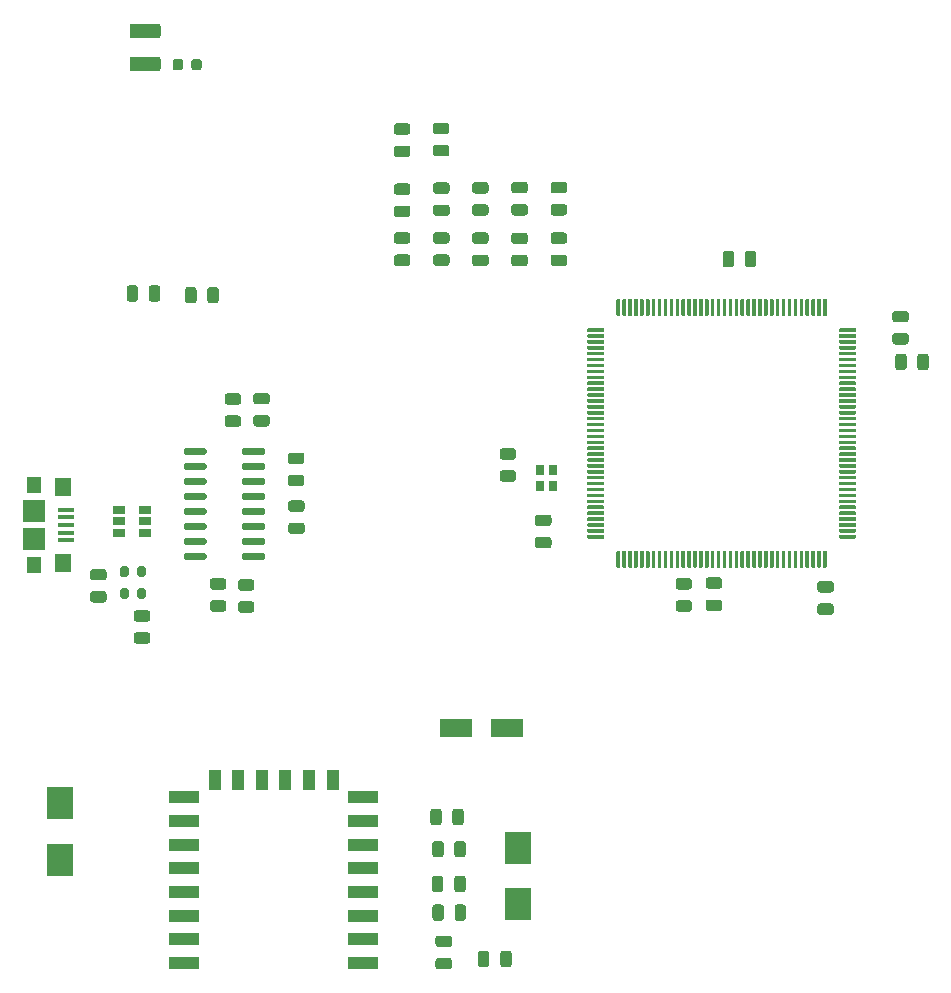
<source format=gbr>
%TF.GenerationSoftware,KiCad,Pcbnew,(5.1.10-1-10_14)*%
%TF.CreationDate,2021-10-15T10:29:32-04:00*%
%TF.ProjectId,main_controller,6d61696e-5f63-46f6-9e74-726f6c6c6572,rev?*%
%TF.SameCoordinates,Original*%
%TF.FileFunction,Paste,Top*%
%TF.FilePolarity,Positive*%
%FSLAX46Y46*%
G04 Gerber Fmt 4.6, Leading zero omitted, Abs format (unit mm)*
G04 Created by KiCad (PCBNEW (5.1.10-1-10_14)) date 2021-10-15 10:29:32*
%MOMM*%
%LPD*%
G01*
G04 APERTURE LIST*
%ADD10R,2.800000X1.600000*%
%ADD11R,1.060000X0.650000*%
%ADD12R,2.500000X1.000000*%
%ADD13R,1.000000X1.800000*%
%ADD14R,2.200000X2.800000*%
%ADD15R,0.800000X0.900000*%
%ADD16R,1.346200X0.406400*%
%ADD17R,1.295400X1.447800*%
%ADD18R,1.397000X1.600200*%
%ADD19R,1.905000X1.905000*%
G04 APERTURE END LIST*
%TO.C,R20*%
G36*
G01*
X162881250Y-83525000D02*
X161968750Y-83525000D01*
G75*
G02*
X161725000Y-83281250I0J243750D01*
G01*
X161725000Y-82793750D01*
G75*
G02*
X161968750Y-82550000I243750J0D01*
G01*
X162881250Y-82550000D01*
G75*
G02*
X163125000Y-82793750I0J-243750D01*
G01*
X163125000Y-83281250D01*
G75*
G02*
X162881250Y-83525000I-243750J0D01*
G01*
G37*
G36*
G01*
X162881250Y-85400000D02*
X161968750Y-85400000D01*
G75*
G02*
X161725000Y-85156250I0J243750D01*
G01*
X161725000Y-84668750D01*
G75*
G02*
X161968750Y-84425000I243750J0D01*
G01*
X162881250Y-84425000D01*
G75*
G02*
X163125000Y-84668750I0J-243750D01*
G01*
X163125000Y-85156250D01*
G75*
G02*
X162881250Y-85400000I-243750J0D01*
G01*
G37*
%TD*%
%TO.C,R19*%
G36*
G01*
X142825000Y-103231250D02*
X142825000Y-102318750D01*
G75*
G02*
X143068750Y-102075000I243750J0D01*
G01*
X143556250Y-102075000D01*
G75*
G02*
X143800000Y-102318750I0J-243750D01*
G01*
X143800000Y-103231250D01*
G75*
G02*
X143556250Y-103475000I-243750J0D01*
G01*
X143068750Y-103475000D01*
G75*
G02*
X142825000Y-103231250I0J243750D01*
G01*
G37*
G36*
G01*
X140950000Y-103231250D02*
X140950000Y-102318750D01*
G75*
G02*
X141193750Y-102075000I243750J0D01*
G01*
X141681250Y-102075000D01*
G75*
G02*
X141925000Y-102318750I0J-243750D01*
G01*
X141925000Y-103231250D01*
G75*
G02*
X141681250Y-103475000I-243750J0D01*
G01*
X141193750Y-103475000D01*
G75*
G02*
X140950000Y-103231250I0J243750D01*
G01*
G37*
%TD*%
%TO.C,R9*%
G36*
G01*
X142556250Y-113800000D02*
X141643750Y-113800000D01*
G75*
G02*
X141400000Y-113556250I0J243750D01*
G01*
X141400000Y-113068750D01*
G75*
G02*
X141643750Y-112825000I243750J0D01*
G01*
X142556250Y-112825000D01*
G75*
G02*
X142800000Y-113068750I0J-243750D01*
G01*
X142800000Y-113556250D01*
G75*
G02*
X142556250Y-113800000I-243750J0D01*
G01*
G37*
G36*
G01*
X142556250Y-115675000D02*
X141643750Y-115675000D01*
G75*
G02*
X141400000Y-115431250I0J243750D01*
G01*
X141400000Y-114943750D01*
G75*
G02*
X141643750Y-114700000I243750J0D01*
G01*
X142556250Y-114700000D01*
G75*
G02*
X142800000Y-114943750I0J-243750D01*
G01*
X142800000Y-115431250D01*
G75*
G02*
X142556250Y-115675000I-243750J0D01*
G01*
G37*
%TD*%
%TO.C,R8*%
G36*
G01*
X143012500Y-111331250D02*
X143012500Y-110418750D01*
G75*
G02*
X143256250Y-110175000I243750J0D01*
G01*
X143743750Y-110175000D01*
G75*
G02*
X143987500Y-110418750I0J-243750D01*
G01*
X143987500Y-111331250D01*
G75*
G02*
X143743750Y-111575000I-243750J0D01*
G01*
X143256250Y-111575000D01*
G75*
G02*
X143012500Y-111331250I0J243750D01*
G01*
G37*
G36*
G01*
X141137500Y-111331250D02*
X141137500Y-110418750D01*
G75*
G02*
X141381250Y-110175000I243750J0D01*
G01*
X141868750Y-110175000D01*
G75*
G02*
X142112500Y-110418750I0J-243750D01*
G01*
X142112500Y-111331250D01*
G75*
G02*
X141868750Y-111575000I-243750J0D01*
G01*
X141381250Y-111575000D01*
G75*
G02*
X141137500Y-111331250I0J243750D01*
G01*
G37*
%TD*%
%TO.C,C19*%
G36*
G01*
X145975000Y-114343750D02*
X145975000Y-115256250D01*
G75*
G02*
X145731250Y-115500000I-243750J0D01*
G01*
X145243750Y-115500000D01*
G75*
G02*
X145000000Y-115256250I0J243750D01*
G01*
X145000000Y-114343750D01*
G75*
G02*
X145243750Y-114100000I243750J0D01*
G01*
X145731250Y-114100000D01*
G75*
G02*
X145975000Y-114343750I0J-243750D01*
G01*
G37*
G36*
G01*
X147850000Y-114343750D02*
X147850000Y-115256250D01*
G75*
G02*
X147606250Y-115500000I-243750J0D01*
G01*
X147118750Y-115500000D01*
G75*
G02*
X146875000Y-115256250I0J243750D01*
G01*
X146875000Y-114343750D01*
G75*
G02*
X147118750Y-114100000I243750J0D01*
G01*
X147606250Y-114100000D01*
G75*
G02*
X147850000Y-114343750I0J-243750D01*
G01*
G37*
%TD*%
%TO.C,D4*%
G36*
G01*
X143950000Y-107993750D02*
X143950000Y-108906250D01*
G75*
G02*
X143706250Y-109150000I-243750J0D01*
G01*
X143218750Y-109150000D01*
G75*
G02*
X142975000Y-108906250I0J243750D01*
G01*
X142975000Y-107993750D01*
G75*
G02*
X143218750Y-107750000I243750J0D01*
G01*
X143706250Y-107750000D01*
G75*
G02*
X143950000Y-107993750I0J-243750D01*
G01*
G37*
G36*
G01*
X142075000Y-107993750D02*
X142075000Y-108906250D01*
G75*
G02*
X141831250Y-109150000I-243750J0D01*
G01*
X141343750Y-109150000D01*
G75*
G02*
X141100000Y-108906250I0J243750D01*
G01*
X141100000Y-107993750D01*
G75*
G02*
X141343750Y-107750000I243750J0D01*
G01*
X141831250Y-107750000D01*
G75*
G02*
X142075000Y-107993750I0J-243750D01*
G01*
G37*
%TD*%
%TO.C,U1*%
G36*
G01*
X156725000Y-60300000D02*
X156725000Y-58975000D01*
G75*
G02*
X156800000Y-58900000I75000J0D01*
G01*
X156950000Y-58900000D01*
G75*
G02*
X157025000Y-58975000I0J-75000D01*
G01*
X157025000Y-60300000D01*
G75*
G02*
X156950000Y-60375000I-75000J0D01*
G01*
X156800000Y-60375000D01*
G75*
G02*
X156725000Y-60300000I0J75000D01*
G01*
G37*
G36*
G01*
X157225000Y-60300000D02*
X157225000Y-58975000D01*
G75*
G02*
X157300000Y-58900000I75000J0D01*
G01*
X157450000Y-58900000D01*
G75*
G02*
X157525000Y-58975000I0J-75000D01*
G01*
X157525000Y-60300000D01*
G75*
G02*
X157450000Y-60375000I-75000J0D01*
G01*
X157300000Y-60375000D01*
G75*
G02*
X157225000Y-60300000I0J75000D01*
G01*
G37*
G36*
G01*
X157725000Y-60300000D02*
X157725000Y-58975000D01*
G75*
G02*
X157800000Y-58900000I75000J0D01*
G01*
X157950000Y-58900000D01*
G75*
G02*
X158025000Y-58975000I0J-75000D01*
G01*
X158025000Y-60300000D01*
G75*
G02*
X157950000Y-60375000I-75000J0D01*
G01*
X157800000Y-60375000D01*
G75*
G02*
X157725000Y-60300000I0J75000D01*
G01*
G37*
G36*
G01*
X158225000Y-60300000D02*
X158225000Y-58975000D01*
G75*
G02*
X158300000Y-58900000I75000J0D01*
G01*
X158450000Y-58900000D01*
G75*
G02*
X158525000Y-58975000I0J-75000D01*
G01*
X158525000Y-60300000D01*
G75*
G02*
X158450000Y-60375000I-75000J0D01*
G01*
X158300000Y-60375000D01*
G75*
G02*
X158225000Y-60300000I0J75000D01*
G01*
G37*
G36*
G01*
X158725000Y-60300000D02*
X158725000Y-58975000D01*
G75*
G02*
X158800000Y-58900000I75000J0D01*
G01*
X158950000Y-58900000D01*
G75*
G02*
X159025000Y-58975000I0J-75000D01*
G01*
X159025000Y-60300000D01*
G75*
G02*
X158950000Y-60375000I-75000J0D01*
G01*
X158800000Y-60375000D01*
G75*
G02*
X158725000Y-60300000I0J75000D01*
G01*
G37*
G36*
G01*
X159225000Y-60300000D02*
X159225000Y-58975000D01*
G75*
G02*
X159300000Y-58900000I75000J0D01*
G01*
X159450000Y-58900000D01*
G75*
G02*
X159525000Y-58975000I0J-75000D01*
G01*
X159525000Y-60300000D01*
G75*
G02*
X159450000Y-60375000I-75000J0D01*
G01*
X159300000Y-60375000D01*
G75*
G02*
X159225000Y-60300000I0J75000D01*
G01*
G37*
G36*
G01*
X159725000Y-60300000D02*
X159725000Y-58975000D01*
G75*
G02*
X159800000Y-58900000I75000J0D01*
G01*
X159950000Y-58900000D01*
G75*
G02*
X160025000Y-58975000I0J-75000D01*
G01*
X160025000Y-60300000D01*
G75*
G02*
X159950000Y-60375000I-75000J0D01*
G01*
X159800000Y-60375000D01*
G75*
G02*
X159725000Y-60300000I0J75000D01*
G01*
G37*
G36*
G01*
X160225000Y-60300000D02*
X160225000Y-58975000D01*
G75*
G02*
X160300000Y-58900000I75000J0D01*
G01*
X160450000Y-58900000D01*
G75*
G02*
X160525000Y-58975000I0J-75000D01*
G01*
X160525000Y-60300000D01*
G75*
G02*
X160450000Y-60375000I-75000J0D01*
G01*
X160300000Y-60375000D01*
G75*
G02*
X160225000Y-60300000I0J75000D01*
G01*
G37*
G36*
G01*
X160725000Y-60300000D02*
X160725000Y-58975000D01*
G75*
G02*
X160800000Y-58900000I75000J0D01*
G01*
X160950000Y-58900000D01*
G75*
G02*
X161025000Y-58975000I0J-75000D01*
G01*
X161025000Y-60300000D01*
G75*
G02*
X160950000Y-60375000I-75000J0D01*
G01*
X160800000Y-60375000D01*
G75*
G02*
X160725000Y-60300000I0J75000D01*
G01*
G37*
G36*
G01*
X161225000Y-60300000D02*
X161225000Y-58975000D01*
G75*
G02*
X161300000Y-58900000I75000J0D01*
G01*
X161450000Y-58900000D01*
G75*
G02*
X161525000Y-58975000I0J-75000D01*
G01*
X161525000Y-60300000D01*
G75*
G02*
X161450000Y-60375000I-75000J0D01*
G01*
X161300000Y-60375000D01*
G75*
G02*
X161225000Y-60300000I0J75000D01*
G01*
G37*
G36*
G01*
X161725000Y-60300000D02*
X161725000Y-58975000D01*
G75*
G02*
X161800000Y-58900000I75000J0D01*
G01*
X161950000Y-58900000D01*
G75*
G02*
X162025000Y-58975000I0J-75000D01*
G01*
X162025000Y-60300000D01*
G75*
G02*
X161950000Y-60375000I-75000J0D01*
G01*
X161800000Y-60375000D01*
G75*
G02*
X161725000Y-60300000I0J75000D01*
G01*
G37*
G36*
G01*
X162225000Y-60300000D02*
X162225000Y-58975000D01*
G75*
G02*
X162300000Y-58900000I75000J0D01*
G01*
X162450000Y-58900000D01*
G75*
G02*
X162525000Y-58975000I0J-75000D01*
G01*
X162525000Y-60300000D01*
G75*
G02*
X162450000Y-60375000I-75000J0D01*
G01*
X162300000Y-60375000D01*
G75*
G02*
X162225000Y-60300000I0J75000D01*
G01*
G37*
G36*
G01*
X162725000Y-60300000D02*
X162725000Y-58975000D01*
G75*
G02*
X162800000Y-58900000I75000J0D01*
G01*
X162950000Y-58900000D01*
G75*
G02*
X163025000Y-58975000I0J-75000D01*
G01*
X163025000Y-60300000D01*
G75*
G02*
X162950000Y-60375000I-75000J0D01*
G01*
X162800000Y-60375000D01*
G75*
G02*
X162725000Y-60300000I0J75000D01*
G01*
G37*
G36*
G01*
X163225000Y-60300000D02*
X163225000Y-58975000D01*
G75*
G02*
X163300000Y-58900000I75000J0D01*
G01*
X163450000Y-58900000D01*
G75*
G02*
X163525000Y-58975000I0J-75000D01*
G01*
X163525000Y-60300000D01*
G75*
G02*
X163450000Y-60375000I-75000J0D01*
G01*
X163300000Y-60375000D01*
G75*
G02*
X163225000Y-60300000I0J75000D01*
G01*
G37*
G36*
G01*
X163725000Y-60300000D02*
X163725000Y-58975000D01*
G75*
G02*
X163800000Y-58900000I75000J0D01*
G01*
X163950000Y-58900000D01*
G75*
G02*
X164025000Y-58975000I0J-75000D01*
G01*
X164025000Y-60300000D01*
G75*
G02*
X163950000Y-60375000I-75000J0D01*
G01*
X163800000Y-60375000D01*
G75*
G02*
X163725000Y-60300000I0J75000D01*
G01*
G37*
G36*
G01*
X164225000Y-60300000D02*
X164225000Y-58975000D01*
G75*
G02*
X164300000Y-58900000I75000J0D01*
G01*
X164450000Y-58900000D01*
G75*
G02*
X164525000Y-58975000I0J-75000D01*
G01*
X164525000Y-60300000D01*
G75*
G02*
X164450000Y-60375000I-75000J0D01*
G01*
X164300000Y-60375000D01*
G75*
G02*
X164225000Y-60300000I0J75000D01*
G01*
G37*
G36*
G01*
X164725000Y-60300000D02*
X164725000Y-58975000D01*
G75*
G02*
X164800000Y-58900000I75000J0D01*
G01*
X164950000Y-58900000D01*
G75*
G02*
X165025000Y-58975000I0J-75000D01*
G01*
X165025000Y-60300000D01*
G75*
G02*
X164950000Y-60375000I-75000J0D01*
G01*
X164800000Y-60375000D01*
G75*
G02*
X164725000Y-60300000I0J75000D01*
G01*
G37*
G36*
G01*
X165225000Y-60300000D02*
X165225000Y-58975000D01*
G75*
G02*
X165300000Y-58900000I75000J0D01*
G01*
X165450000Y-58900000D01*
G75*
G02*
X165525000Y-58975000I0J-75000D01*
G01*
X165525000Y-60300000D01*
G75*
G02*
X165450000Y-60375000I-75000J0D01*
G01*
X165300000Y-60375000D01*
G75*
G02*
X165225000Y-60300000I0J75000D01*
G01*
G37*
G36*
G01*
X165725000Y-60300000D02*
X165725000Y-58975000D01*
G75*
G02*
X165800000Y-58900000I75000J0D01*
G01*
X165950000Y-58900000D01*
G75*
G02*
X166025000Y-58975000I0J-75000D01*
G01*
X166025000Y-60300000D01*
G75*
G02*
X165950000Y-60375000I-75000J0D01*
G01*
X165800000Y-60375000D01*
G75*
G02*
X165725000Y-60300000I0J75000D01*
G01*
G37*
G36*
G01*
X166225000Y-60300000D02*
X166225000Y-58975000D01*
G75*
G02*
X166300000Y-58900000I75000J0D01*
G01*
X166450000Y-58900000D01*
G75*
G02*
X166525000Y-58975000I0J-75000D01*
G01*
X166525000Y-60300000D01*
G75*
G02*
X166450000Y-60375000I-75000J0D01*
G01*
X166300000Y-60375000D01*
G75*
G02*
X166225000Y-60300000I0J75000D01*
G01*
G37*
G36*
G01*
X166725000Y-60300000D02*
X166725000Y-58975000D01*
G75*
G02*
X166800000Y-58900000I75000J0D01*
G01*
X166950000Y-58900000D01*
G75*
G02*
X167025000Y-58975000I0J-75000D01*
G01*
X167025000Y-60300000D01*
G75*
G02*
X166950000Y-60375000I-75000J0D01*
G01*
X166800000Y-60375000D01*
G75*
G02*
X166725000Y-60300000I0J75000D01*
G01*
G37*
G36*
G01*
X167225000Y-60300000D02*
X167225000Y-58975000D01*
G75*
G02*
X167300000Y-58900000I75000J0D01*
G01*
X167450000Y-58900000D01*
G75*
G02*
X167525000Y-58975000I0J-75000D01*
G01*
X167525000Y-60300000D01*
G75*
G02*
X167450000Y-60375000I-75000J0D01*
G01*
X167300000Y-60375000D01*
G75*
G02*
X167225000Y-60300000I0J75000D01*
G01*
G37*
G36*
G01*
X167725000Y-60300000D02*
X167725000Y-58975000D01*
G75*
G02*
X167800000Y-58900000I75000J0D01*
G01*
X167950000Y-58900000D01*
G75*
G02*
X168025000Y-58975000I0J-75000D01*
G01*
X168025000Y-60300000D01*
G75*
G02*
X167950000Y-60375000I-75000J0D01*
G01*
X167800000Y-60375000D01*
G75*
G02*
X167725000Y-60300000I0J75000D01*
G01*
G37*
G36*
G01*
X168225000Y-60300000D02*
X168225000Y-58975000D01*
G75*
G02*
X168300000Y-58900000I75000J0D01*
G01*
X168450000Y-58900000D01*
G75*
G02*
X168525000Y-58975000I0J-75000D01*
G01*
X168525000Y-60300000D01*
G75*
G02*
X168450000Y-60375000I-75000J0D01*
G01*
X168300000Y-60375000D01*
G75*
G02*
X168225000Y-60300000I0J75000D01*
G01*
G37*
G36*
G01*
X168725000Y-60300000D02*
X168725000Y-58975000D01*
G75*
G02*
X168800000Y-58900000I75000J0D01*
G01*
X168950000Y-58900000D01*
G75*
G02*
X169025000Y-58975000I0J-75000D01*
G01*
X169025000Y-60300000D01*
G75*
G02*
X168950000Y-60375000I-75000J0D01*
G01*
X168800000Y-60375000D01*
G75*
G02*
X168725000Y-60300000I0J75000D01*
G01*
G37*
G36*
G01*
X169225000Y-60300000D02*
X169225000Y-58975000D01*
G75*
G02*
X169300000Y-58900000I75000J0D01*
G01*
X169450000Y-58900000D01*
G75*
G02*
X169525000Y-58975000I0J-75000D01*
G01*
X169525000Y-60300000D01*
G75*
G02*
X169450000Y-60375000I-75000J0D01*
G01*
X169300000Y-60375000D01*
G75*
G02*
X169225000Y-60300000I0J75000D01*
G01*
G37*
G36*
G01*
X169725000Y-60300000D02*
X169725000Y-58975000D01*
G75*
G02*
X169800000Y-58900000I75000J0D01*
G01*
X169950000Y-58900000D01*
G75*
G02*
X170025000Y-58975000I0J-75000D01*
G01*
X170025000Y-60300000D01*
G75*
G02*
X169950000Y-60375000I-75000J0D01*
G01*
X169800000Y-60375000D01*
G75*
G02*
X169725000Y-60300000I0J75000D01*
G01*
G37*
G36*
G01*
X170225000Y-60300000D02*
X170225000Y-58975000D01*
G75*
G02*
X170300000Y-58900000I75000J0D01*
G01*
X170450000Y-58900000D01*
G75*
G02*
X170525000Y-58975000I0J-75000D01*
G01*
X170525000Y-60300000D01*
G75*
G02*
X170450000Y-60375000I-75000J0D01*
G01*
X170300000Y-60375000D01*
G75*
G02*
X170225000Y-60300000I0J75000D01*
G01*
G37*
G36*
G01*
X170725000Y-60300000D02*
X170725000Y-58975000D01*
G75*
G02*
X170800000Y-58900000I75000J0D01*
G01*
X170950000Y-58900000D01*
G75*
G02*
X171025000Y-58975000I0J-75000D01*
G01*
X171025000Y-60300000D01*
G75*
G02*
X170950000Y-60375000I-75000J0D01*
G01*
X170800000Y-60375000D01*
G75*
G02*
X170725000Y-60300000I0J75000D01*
G01*
G37*
G36*
G01*
X171225000Y-60300000D02*
X171225000Y-58975000D01*
G75*
G02*
X171300000Y-58900000I75000J0D01*
G01*
X171450000Y-58900000D01*
G75*
G02*
X171525000Y-58975000I0J-75000D01*
G01*
X171525000Y-60300000D01*
G75*
G02*
X171450000Y-60375000I-75000J0D01*
G01*
X171300000Y-60375000D01*
G75*
G02*
X171225000Y-60300000I0J75000D01*
G01*
G37*
G36*
G01*
X171725000Y-60300000D02*
X171725000Y-58975000D01*
G75*
G02*
X171800000Y-58900000I75000J0D01*
G01*
X171950000Y-58900000D01*
G75*
G02*
X172025000Y-58975000I0J-75000D01*
G01*
X172025000Y-60300000D01*
G75*
G02*
X171950000Y-60375000I-75000J0D01*
G01*
X171800000Y-60375000D01*
G75*
G02*
X171725000Y-60300000I0J75000D01*
G01*
G37*
G36*
G01*
X172225000Y-60300000D02*
X172225000Y-58975000D01*
G75*
G02*
X172300000Y-58900000I75000J0D01*
G01*
X172450000Y-58900000D01*
G75*
G02*
X172525000Y-58975000I0J-75000D01*
G01*
X172525000Y-60300000D01*
G75*
G02*
X172450000Y-60375000I-75000J0D01*
G01*
X172300000Y-60375000D01*
G75*
G02*
X172225000Y-60300000I0J75000D01*
G01*
G37*
G36*
G01*
X172725000Y-60300000D02*
X172725000Y-58975000D01*
G75*
G02*
X172800000Y-58900000I75000J0D01*
G01*
X172950000Y-58900000D01*
G75*
G02*
X173025000Y-58975000I0J-75000D01*
G01*
X173025000Y-60300000D01*
G75*
G02*
X172950000Y-60375000I-75000J0D01*
G01*
X172800000Y-60375000D01*
G75*
G02*
X172725000Y-60300000I0J75000D01*
G01*
G37*
G36*
G01*
X173225000Y-60300000D02*
X173225000Y-58975000D01*
G75*
G02*
X173300000Y-58900000I75000J0D01*
G01*
X173450000Y-58900000D01*
G75*
G02*
X173525000Y-58975000I0J-75000D01*
G01*
X173525000Y-60300000D01*
G75*
G02*
X173450000Y-60375000I-75000J0D01*
G01*
X173300000Y-60375000D01*
G75*
G02*
X173225000Y-60300000I0J75000D01*
G01*
G37*
G36*
G01*
X173725000Y-60300000D02*
X173725000Y-58975000D01*
G75*
G02*
X173800000Y-58900000I75000J0D01*
G01*
X173950000Y-58900000D01*
G75*
G02*
X174025000Y-58975000I0J-75000D01*
G01*
X174025000Y-60300000D01*
G75*
G02*
X173950000Y-60375000I-75000J0D01*
G01*
X173800000Y-60375000D01*
G75*
G02*
X173725000Y-60300000I0J75000D01*
G01*
G37*
G36*
G01*
X174225000Y-60300000D02*
X174225000Y-58975000D01*
G75*
G02*
X174300000Y-58900000I75000J0D01*
G01*
X174450000Y-58900000D01*
G75*
G02*
X174525000Y-58975000I0J-75000D01*
G01*
X174525000Y-60300000D01*
G75*
G02*
X174450000Y-60375000I-75000J0D01*
G01*
X174300000Y-60375000D01*
G75*
G02*
X174225000Y-60300000I0J75000D01*
G01*
G37*
G36*
G01*
X175550000Y-61625000D02*
X175550000Y-61475000D01*
G75*
G02*
X175625000Y-61400000I75000J0D01*
G01*
X176950000Y-61400000D01*
G75*
G02*
X177025000Y-61475000I0J-75000D01*
G01*
X177025000Y-61625000D01*
G75*
G02*
X176950000Y-61700000I-75000J0D01*
G01*
X175625000Y-61700000D01*
G75*
G02*
X175550000Y-61625000I0J75000D01*
G01*
G37*
G36*
G01*
X175550000Y-62125000D02*
X175550000Y-61975000D01*
G75*
G02*
X175625000Y-61900000I75000J0D01*
G01*
X176950000Y-61900000D01*
G75*
G02*
X177025000Y-61975000I0J-75000D01*
G01*
X177025000Y-62125000D01*
G75*
G02*
X176950000Y-62200000I-75000J0D01*
G01*
X175625000Y-62200000D01*
G75*
G02*
X175550000Y-62125000I0J75000D01*
G01*
G37*
G36*
G01*
X175550000Y-62625000D02*
X175550000Y-62475000D01*
G75*
G02*
X175625000Y-62400000I75000J0D01*
G01*
X176950000Y-62400000D01*
G75*
G02*
X177025000Y-62475000I0J-75000D01*
G01*
X177025000Y-62625000D01*
G75*
G02*
X176950000Y-62700000I-75000J0D01*
G01*
X175625000Y-62700000D01*
G75*
G02*
X175550000Y-62625000I0J75000D01*
G01*
G37*
G36*
G01*
X175550000Y-63125000D02*
X175550000Y-62975000D01*
G75*
G02*
X175625000Y-62900000I75000J0D01*
G01*
X176950000Y-62900000D01*
G75*
G02*
X177025000Y-62975000I0J-75000D01*
G01*
X177025000Y-63125000D01*
G75*
G02*
X176950000Y-63200000I-75000J0D01*
G01*
X175625000Y-63200000D01*
G75*
G02*
X175550000Y-63125000I0J75000D01*
G01*
G37*
G36*
G01*
X175550000Y-63625000D02*
X175550000Y-63475000D01*
G75*
G02*
X175625000Y-63400000I75000J0D01*
G01*
X176950000Y-63400000D01*
G75*
G02*
X177025000Y-63475000I0J-75000D01*
G01*
X177025000Y-63625000D01*
G75*
G02*
X176950000Y-63700000I-75000J0D01*
G01*
X175625000Y-63700000D01*
G75*
G02*
X175550000Y-63625000I0J75000D01*
G01*
G37*
G36*
G01*
X175550000Y-64125000D02*
X175550000Y-63975000D01*
G75*
G02*
X175625000Y-63900000I75000J0D01*
G01*
X176950000Y-63900000D01*
G75*
G02*
X177025000Y-63975000I0J-75000D01*
G01*
X177025000Y-64125000D01*
G75*
G02*
X176950000Y-64200000I-75000J0D01*
G01*
X175625000Y-64200000D01*
G75*
G02*
X175550000Y-64125000I0J75000D01*
G01*
G37*
G36*
G01*
X175550000Y-64625000D02*
X175550000Y-64475000D01*
G75*
G02*
X175625000Y-64400000I75000J0D01*
G01*
X176950000Y-64400000D01*
G75*
G02*
X177025000Y-64475000I0J-75000D01*
G01*
X177025000Y-64625000D01*
G75*
G02*
X176950000Y-64700000I-75000J0D01*
G01*
X175625000Y-64700000D01*
G75*
G02*
X175550000Y-64625000I0J75000D01*
G01*
G37*
G36*
G01*
X175550000Y-65125000D02*
X175550000Y-64975000D01*
G75*
G02*
X175625000Y-64900000I75000J0D01*
G01*
X176950000Y-64900000D01*
G75*
G02*
X177025000Y-64975000I0J-75000D01*
G01*
X177025000Y-65125000D01*
G75*
G02*
X176950000Y-65200000I-75000J0D01*
G01*
X175625000Y-65200000D01*
G75*
G02*
X175550000Y-65125000I0J75000D01*
G01*
G37*
G36*
G01*
X175550000Y-65625000D02*
X175550000Y-65475000D01*
G75*
G02*
X175625000Y-65400000I75000J0D01*
G01*
X176950000Y-65400000D01*
G75*
G02*
X177025000Y-65475000I0J-75000D01*
G01*
X177025000Y-65625000D01*
G75*
G02*
X176950000Y-65700000I-75000J0D01*
G01*
X175625000Y-65700000D01*
G75*
G02*
X175550000Y-65625000I0J75000D01*
G01*
G37*
G36*
G01*
X175550000Y-66125000D02*
X175550000Y-65975000D01*
G75*
G02*
X175625000Y-65900000I75000J0D01*
G01*
X176950000Y-65900000D01*
G75*
G02*
X177025000Y-65975000I0J-75000D01*
G01*
X177025000Y-66125000D01*
G75*
G02*
X176950000Y-66200000I-75000J0D01*
G01*
X175625000Y-66200000D01*
G75*
G02*
X175550000Y-66125000I0J75000D01*
G01*
G37*
G36*
G01*
X175550000Y-66625000D02*
X175550000Y-66475000D01*
G75*
G02*
X175625000Y-66400000I75000J0D01*
G01*
X176950000Y-66400000D01*
G75*
G02*
X177025000Y-66475000I0J-75000D01*
G01*
X177025000Y-66625000D01*
G75*
G02*
X176950000Y-66700000I-75000J0D01*
G01*
X175625000Y-66700000D01*
G75*
G02*
X175550000Y-66625000I0J75000D01*
G01*
G37*
G36*
G01*
X175550000Y-67125000D02*
X175550000Y-66975000D01*
G75*
G02*
X175625000Y-66900000I75000J0D01*
G01*
X176950000Y-66900000D01*
G75*
G02*
X177025000Y-66975000I0J-75000D01*
G01*
X177025000Y-67125000D01*
G75*
G02*
X176950000Y-67200000I-75000J0D01*
G01*
X175625000Y-67200000D01*
G75*
G02*
X175550000Y-67125000I0J75000D01*
G01*
G37*
G36*
G01*
X175550000Y-67625000D02*
X175550000Y-67475000D01*
G75*
G02*
X175625000Y-67400000I75000J0D01*
G01*
X176950000Y-67400000D01*
G75*
G02*
X177025000Y-67475000I0J-75000D01*
G01*
X177025000Y-67625000D01*
G75*
G02*
X176950000Y-67700000I-75000J0D01*
G01*
X175625000Y-67700000D01*
G75*
G02*
X175550000Y-67625000I0J75000D01*
G01*
G37*
G36*
G01*
X175550000Y-68125000D02*
X175550000Y-67975000D01*
G75*
G02*
X175625000Y-67900000I75000J0D01*
G01*
X176950000Y-67900000D01*
G75*
G02*
X177025000Y-67975000I0J-75000D01*
G01*
X177025000Y-68125000D01*
G75*
G02*
X176950000Y-68200000I-75000J0D01*
G01*
X175625000Y-68200000D01*
G75*
G02*
X175550000Y-68125000I0J75000D01*
G01*
G37*
G36*
G01*
X175550000Y-68625000D02*
X175550000Y-68475000D01*
G75*
G02*
X175625000Y-68400000I75000J0D01*
G01*
X176950000Y-68400000D01*
G75*
G02*
X177025000Y-68475000I0J-75000D01*
G01*
X177025000Y-68625000D01*
G75*
G02*
X176950000Y-68700000I-75000J0D01*
G01*
X175625000Y-68700000D01*
G75*
G02*
X175550000Y-68625000I0J75000D01*
G01*
G37*
G36*
G01*
X175550000Y-69125000D02*
X175550000Y-68975000D01*
G75*
G02*
X175625000Y-68900000I75000J0D01*
G01*
X176950000Y-68900000D01*
G75*
G02*
X177025000Y-68975000I0J-75000D01*
G01*
X177025000Y-69125000D01*
G75*
G02*
X176950000Y-69200000I-75000J0D01*
G01*
X175625000Y-69200000D01*
G75*
G02*
X175550000Y-69125000I0J75000D01*
G01*
G37*
G36*
G01*
X175550000Y-69625000D02*
X175550000Y-69475000D01*
G75*
G02*
X175625000Y-69400000I75000J0D01*
G01*
X176950000Y-69400000D01*
G75*
G02*
X177025000Y-69475000I0J-75000D01*
G01*
X177025000Y-69625000D01*
G75*
G02*
X176950000Y-69700000I-75000J0D01*
G01*
X175625000Y-69700000D01*
G75*
G02*
X175550000Y-69625000I0J75000D01*
G01*
G37*
G36*
G01*
X175550000Y-70125000D02*
X175550000Y-69975000D01*
G75*
G02*
X175625000Y-69900000I75000J0D01*
G01*
X176950000Y-69900000D01*
G75*
G02*
X177025000Y-69975000I0J-75000D01*
G01*
X177025000Y-70125000D01*
G75*
G02*
X176950000Y-70200000I-75000J0D01*
G01*
X175625000Y-70200000D01*
G75*
G02*
X175550000Y-70125000I0J75000D01*
G01*
G37*
G36*
G01*
X175550000Y-70625000D02*
X175550000Y-70475000D01*
G75*
G02*
X175625000Y-70400000I75000J0D01*
G01*
X176950000Y-70400000D01*
G75*
G02*
X177025000Y-70475000I0J-75000D01*
G01*
X177025000Y-70625000D01*
G75*
G02*
X176950000Y-70700000I-75000J0D01*
G01*
X175625000Y-70700000D01*
G75*
G02*
X175550000Y-70625000I0J75000D01*
G01*
G37*
G36*
G01*
X175550000Y-71125000D02*
X175550000Y-70975000D01*
G75*
G02*
X175625000Y-70900000I75000J0D01*
G01*
X176950000Y-70900000D01*
G75*
G02*
X177025000Y-70975000I0J-75000D01*
G01*
X177025000Y-71125000D01*
G75*
G02*
X176950000Y-71200000I-75000J0D01*
G01*
X175625000Y-71200000D01*
G75*
G02*
X175550000Y-71125000I0J75000D01*
G01*
G37*
G36*
G01*
X175550000Y-71625000D02*
X175550000Y-71475000D01*
G75*
G02*
X175625000Y-71400000I75000J0D01*
G01*
X176950000Y-71400000D01*
G75*
G02*
X177025000Y-71475000I0J-75000D01*
G01*
X177025000Y-71625000D01*
G75*
G02*
X176950000Y-71700000I-75000J0D01*
G01*
X175625000Y-71700000D01*
G75*
G02*
X175550000Y-71625000I0J75000D01*
G01*
G37*
G36*
G01*
X175550000Y-72125000D02*
X175550000Y-71975000D01*
G75*
G02*
X175625000Y-71900000I75000J0D01*
G01*
X176950000Y-71900000D01*
G75*
G02*
X177025000Y-71975000I0J-75000D01*
G01*
X177025000Y-72125000D01*
G75*
G02*
X176950000Y-72200000I-75000J0D01*
G01*
X175625000Y-72200000D01*
G75*
G02*
X175550000Y-72125000I0J75000D01*
G01*
G37*
G36*
G01*
X175550000Y-72625000D02*
X175550000Y-72475000D01*
G75*
G02*
X175625000Y-72400000I75000J0D01*
G01*
X176950000Y-72400000D01*
G75*
G02*
X177025000Y-72475000I0J-75000D01*
G01*
X177025000Y-72625000D01*
G75*
G02*
X176950000Y-72700000I-75000J0D01*
G01*
X175625000Y-72700000D01*
G75*
G02*
X175550000Y-72625000I0J75000D01*
G01*
G37*
G36*
G01*
X175550000Y-73125000D02*
X175550000Y-72975000D01*
G75*
G02*
X175625000Y-72900000I75000J0D01*
G01*
X176950000Y-72900000D01*
G75*
G02*
X177025000Y-72975000I0J-75000D01*
G01*
X177025000Y-73125000D01*
G75*
G02*
X176950000Y-73200000I-75000J0D01*
G01*
X175625000Y-73200000D01*
G75*
G02*
X175550000Y-73125000I0J75000D01*
G01*
G37*
G36*
G01*
X175550000Y-73625000D02*
X175550000Y-73475000D01*
G75*
G02*
X175625000Y-73400000I75000J0D01*
G01*
X176950000Y-73400000D01*
G75*
G02*
X177025000Y-73475000I0J-75000D01*
G01*
X177025000Y-73625000D01*
G75*
G02*
X176950000Y-73700000I-75000J0D01*
G01*
X175625000Y-73700000D01*
G75*
G02*
X175550000Y-73625000I0J75000D01*
G01*
G37*
G36*
G01*
X175550000Y-74125000D02*
X175550000Y-73975000D01*
G75*
G02*
X175625000Y-73900000I75000J0D01*
G01*
X176950000Y-73900000D01*
G75*
G02*
X177025000Y-73975000I0J-75000D01*
G01*
X177025000Y-74125000D01*
G75*
G02*
X176950000Y-74200000I-75000J0D01*
G01*
X175625000Y-74200000D01*
G75*
G02*
X175550000Y-74125000I0J75000D01*
G01*
G37*
G36*
G01*
X175550000Y-74625000D02*
X175550000Y-74475000D01*
G75*
G02*
X175625000Y-74400000I75000J0D01*
G01*
X176950000Y-74400000D01*
G75*
G02*
X177025000Y-74475000I0J-75000D01*
G01*
X177025000Y-74625000D01*
G75*
G02*
X176950000Y-74700000I-75000J0D01*
G01*
X175625000Y-74700000D01*
G75*
G02*
X175550000Y-74625000I0J75000D01*
G01*
G37*
G36*
G01*
X175550000Y-75125000D02*
X175550000Y-74975000D01*
G75*
G02*
X175625000Y-74900000I75000J0D01*
G01*
X176950000Y-74900000D01*
G75*
G02*
X177025000Y-74975000I0J-75000D01*
G01*
X177025000Y-75125000D01*
G75*
G02*
X176950000Y-75200000I-75000J0D01*
G01*
X175625000Y-75200000D01*
G75*
G02*
X175550000Y-75125000I0J75000D01*
G01*
G37*
G36*
G01*
X175550000Y-75625000D02*
X175550000Y-75475000D01*
G75*
G02*
X175625000Y-75400000I75000J0D01*
G01*
X176950000Y-75400000D01*
G75*
G02*
X177025000Y-75475000I0J-75000D01*
G01*
X177025000Y-75625000D01*
G75*
G02*
X176950000Y-75700000I-75000J0D01*
G01*
X175625000Y-75700000D01*
G75*
G02*
X175550000Y-75625000I0J75000D01*
G01*
G37*
G36*
G01*
X175550000Y-76125000D02*
X175550000Y-75975000D01*
G75*
G02*
X175625000Y-75900000I75000J0D01*
G01*
X176950000Y-75900000D01*
G75*
G02*
X177025000Y-75975000I0J-75000D01*
G01*
X177025000Y-76125000D01*
G75*
G02*
X176950000Y-76200000I-75000J0D01*
G01*
X175625000Y-76200000D01*
G75*
G02*
X175550000Y-76125000I0J75000D01*
G01*
G37*
G36*
G01*
X175550000Y-76625000D02*
X175550000Y-76475000D01*
G75*
G02*
X175625000Y-76400000I75000J0D01*
G01*
X176950000Y-76400000D01*
G75*
G02*
X177025000Y-76475000I0J-75000D01*
G01*
X177025000Y-76625000D01*
G75*
G02*
X176950000Y-76700000I-75000J0D01*
G01*
X175625000Y-76700000D01*
G75*
G02*
X175550000Y-76625000I0J75000D01*
G01*
G37*
G36*
G01*
X175550000Y-77125000D02*
X175550000Y-76975000D01*
G75*
G02*
X175625000Y-76900000I75000J0D01*
G01*
X176950000Y-76900000D01*
G75*
G02*
X177025000Y-76975000I0J-75000D01*
G01*
X177025000Y-77125000D01*
G75*
G02*
X176950000Y-77200000I-75000J0D01*
G01*
X175625000Y-77200000D01*
G75*
G02*
X175550000Y-77125000I0J75000D01*
G01*
G37*
G36*
G01*
X175550000Y-77625000D02*
X175550000Y-77475000D01*
G75*
G02*
X175625000Y-77400000I75000J0D01*
G01*
X176950000Y-77400000D01*
G75*
G02*
X177025000Y-77475000I0J-75000D01*
G01*
X177025000Y-77625000D01*
G75*
G02*
X176950000Y-77700000I-75000J0D01*
G01*
X175625000Y-77700000D01*
G75*
G02*
X175550000Y-77625000I0J75000D01*
G01*
G37*
G36*
G01*
X175550000Y-78125000D02*
X175550000Y-77975000D01*
G75*
G02*
X175625000Y-77900000I75000J0D01*
G01*
X176950000Y-77900000D01*
G75*
G02*
X177025000Y-77975000I0J-75000D01*
G01*
X177025000Y-78125000D01*
G75*
G02*
X176950000Y-78200000I-75000J0D01*
G01*
X175625000Y-78200000D01*
G75*
G02*
X175550000Y-78125000I0J75000D01*
G01*
G37*
G36*
G01*
X175550000Y-78625000D02*
X175550000Y-78475000D01*
G75*
G02*
X175625000Y-78400000I75000J0D01*
G01*
X176950000Y-78400000D01*
G75*
G02*
X177025000Y-78475000I0J-75000D01*
G01*
X177025000Y-78625000D01*
G75*
G02*
X176950000Y-78700000I-75000J0D01*
G01*
X175625000Y-78700000D01*
G75*
G02*
X175550000Y-78625000I0J75000D01*
G01*
G37*
G36*
G01*
X175550000Y-79125000D02*
X175550000Y-78975000D01*
G75*
G02*
X175625000Y-78900000I75000J0D01*
G01*
X176950000Y-78900000D01*
G75*
G02*
X177025000Y-78975000I0J-75000D01*
G01*
X177025000Y-79125000D01*
G75*
G02*
X176950000Y-79200000I-75000J0D01*
G01*
X175625000Y-79200000D01*
G75*
G02*
X175550000Y-79125000I0J75000D01*
G01*
G37*
G36*
G01*
X174225000Y-81625000D02*
X174225000Y-80300000D01*
G75*
G02*
X174300000Y-80225000I75000J0D01*
G01*
X174450000Y-80225000D01*
G75*
G02*
X174525000Y-80300000I0J-75000D01*
G01*
X174525000Y-81625000D01*
G75*
G02*
X174450000Y-81700000I-75000J0D01*
G01*
X174300000Y-81700000D01*
G75*
G02*
X174225000Y-81625000I0J75000D01*
G01*
G37*
G36*
G01*
X173725000Y-81625000D02*
X173725000Y-80300000D01*
G75*
G02*
X173800000Y-80225000I75000J0D01*
G01*
X173950000Y-80225000D01*
G75*
G02*
X174025000Y-80300000I0J-75000D01*
G01*
X174025000Y-81625000D01*
G75*
G02*
X173950000Y-81700000I-75000J0D01*
G01*
X173800000Y-81700000D01*
G75*
G02*
X173725000Y-81625000I0J75000D01*
G01*
G37*
G36*
G01*
X173225000Y-81625000D02*
X173225000Y-80300000D01*
G75*
G02*
X173300000Y-80225000I75000J0D01*
G01*
X173450000Y-80225000D01*
G75*
G02*
X173525000Y-80300000I0J-75000D01*
G01*
X173525000Y-81625000D01*
G75*
G02*
X173450000Y-81700000I-75000J0D01*
G01*
X173300000Y-81700000D01*
G75*
G02*
X173225000Y-81625000I0J75000D01*
G01*
G37*
G36*
G01*
X172725000Y-81625000D02*
X172725000Y-80300000D01*
G75*
G02*
X172800000Y-80225000I75000J0D01*
G01*
X172950000Y-80225000D01*
G75*
G02*
X173025000Y-80300000I0J-75000D01*
G01*
X173025000Y-81625000D01*
G75*
G02*
X172950000Y-81700000I-75000J0D01*
G01*
X172800000Y-81700000D01*
G75*
G02*
X172725000Y-81625000I0J75000D01*
G01*
G37*
G36*
G01*
X172225000Y-81625000D02*
X172225000Y-80300000D01*
G75*
G02*
X172300000Y-80225000I75000J0D01*
G01*
X172450000Y-80225000D01*
G75*
G02*
X172525000Y-80300000I0J-75000D01*
G01*
X172525000Y-81625000D01*
G75*
G02*
X172450000Y-81700000I-75000J0D01*
G01*
X172300000Y-81700000D01*
G75*
G02*
X172225000Y-81625000I0J75000D01*
G01*
G37*
G36*
G01*
X171725000Y-81625000D02*
X171725000Y-80300000D01*
G75*
G02*
X171800000Y-80225000I75000J0D01*
G01*
X171950000Y-80225000D01*
G75*
G02*
X172025000Y-80300000I0J-75000D01*
G01*
X172025000Y-81625000D01*
G75*
G02*
X171950000Y-81700000I-75000J0D01*
G01*
X171800000Y-81700000D01*
G75*
G02*
X171725000Y-81625000I0J75000D01*
G01*
G37*
G36*
G01*
X171225000Y-81625000D02*
X171225000Y-80300000D01*
G75*
G02*
X171300000Y-80225000I75000J0D01*
G01*
X171450000Y-80225000D01*
G75*
G02*
X171525000Y-80300000I0J-75000D01*
G01*
X171525000Y-81625000D01*
G75*
G02*
X171450000Y-81700000I-75000J0D01*
G01*
X171300000Y-81700000D01*
G75*
G02*
X171225000Y-81625000I0J75000D01*
G01*
G37*
G36*
G01*
X170725000Y-81625000D02*
X170725000Y-80300000D01*
G75*
G02*
X170800000Y-80225000I75000J0D01*
G01*
X170950000Y-80225000D01*
G75*
G02*
X171025000Y-80300000I0J-75000D01*
G01*
X171025000Y-81625000D01*
G75*
G02*
X170950000Y-81700000I-75000J0D01*
G01*
X170800000Y-81700000D01*
G75*
G02*
X170725000Y-81625000I0J75000D01*
G01*
G37*
G36*
G01*
X170225000Y-81625000D02*
X170225000Y-80300000D01*
G75*
G02*
X170300000Y-80225000I75000J0D01*
G01*
X170450000Y-80225000D01*
G75*
G02*
X170525000Y-80300000I0J-75000D01*
G01*
X170525000Y-81625000D01*
G75*
G02*
X170450000Y-81700000I-75000J0D01*
G01*
X170300000Y-81700000D01*
G75*
G02*
X170225000Y-81625000I0J75000D01*
G01*
G37*
G36*
G01*
X169725000Y-81625000D02*
X169725000Y-80300000D01*
G75*
G02*
X169800000Y-80225000I75000J0D01*
G01*
X169950000Y-80225000D01*
G75*
G02*
X170025000Y-80300000I0J-75000D01*
G01*
X170025000Y-81625000D01*
G75*
G02*
X169950000Y-81700000I-75000J0D01*
G01*
X169800000Y-81700000D01*
G75*
G02*
X169725000Y-81625000I0J75000D01*
G01*
G37*
G36*
G01*
X169225000Y-81625000D02*
X169225000Y-80300000D01*
G75*
G02*
X169300000Y-80225000I75000J0D01*
G01*
X169450000Y-80225000D01*
G75*
G02*
X169525000Y-80300000I0J-75000D01*
G01*
X169525000Y-81625000D01*
G75*
G02*
X169450000Y-81700000I-75000J0D01*
G01*
X169300000Y-81700000D01*
G75*
G02*
X169225000Y-81625000I0J75000D01*
G01*
G37*
G36*
G01*
X168725000Y-81625000D02*
X168725000Y-80300000D01*
G75*
G02*
X168800000Y-80225000I75000J0D01*
G01*
X168950000Y-80225000D01*
G75*
G02*
X169025000Y-80300000I0J-75000D01*
G01*
X169025000Y-81625000D01*
G75*
G02*
X168950000Y-81700000I-75000J0D01*
G01*
X168800000Y-81700000D01*
G75*
G02*
X168725000Y-81625000I0J75000D01*
G01*
G37*
G36*
G01*
X168225000Y-81625000D02*
X168225000Y-80300000D01*
G75*
G02*
X168300000Y-80225000I75000J0D01*
G01*
X168450000Y-80225000D01*
G75*
G02*
X168525000Y-80300000I0J-75000D01*
G01*
X168525000Y-81625000D01*
G75*
G02*
X168450000Y-81700000I-75000J0D01*
G01*
X168300000Y-81700000D01*
G75*
G02*
X168225000Y-81625000I0J75000D01*
G01*
G37*
G36*
G01*
X167725000Y-81625000D02*
X167725000Y-80300000D01*
G75*
G02*
X167800000Y-80225000I75000J0D01*
G01*
X167950000Y-80225000D01*
G75*
G02*
X168025000Y-80300000I0J-75000D01*
G01*
X168025000Y-81625000D01*
G75*
G02*
X167950000Y-81700000I-75000J0D01*
G01*
X167800000Y-81700000D01*
G75*
G02*
X167725000Y-81625000I0J75000D01*
G01*
G37*
G36*
G01*
X167225000Y-81625000D02*
X167225000Y-80300000D01*
G75*
G02*
X167300000Y-80225000I75000J0D01*
G01*
X167450000Y-80225000D01*
G75*
G02*
X167525000Y-80300000I0J-75000D01*
G01*
X167525000Y-81625000D01*
G75*
G02*
X167450000Y-81700000I-75000J0D01*
G01*
X167300000Y-81700000D01*
G75*
G02*
X167225000Y-81625000I0J75000D01*
G01*
G37*
G36*
G01*
X166725000Y-81625000D02*
X166725000Y-80300000D01*
G75*
G02*
X166800000Y-80225000I75000J0D01*
G01*
X166950000Y-80225000D01*
G75*
G02*
X167025000Y-80300000I0J-75000D01*
G01*
X167025000Y-81625000D01*
G75*
G02*
X166950000Y-81700000I-75000J0D01*
G01*
X166800000Y-81700000D01*
G75*
G02*
X166725000Y-81625000I0J75000D01*
G01*
G37*
G36*
G01*
X166225000Y-81625000D02*
X166225000Y-80300000D01*
G75*
G02*
X166300000Y-80225000I75000J0D01*
G01*
X166450000Y-80225000D01*
G75*
G02*
X166525000Y-80300000I0J-75000D01*
G01*
X166525000Y-81625000D01*
G75*
G02*
X166450000Y-81700000I-75000J0D01*
G01*
X166300000Y-81700000D01*
G75*
G02*
X166225000Y-81625000I0J75000D01*
G01*
G37*
G36*
G01*
X165725000Y-81625000D02*
X165725000Y-80300000D01*
G75*
G02*
X165800000Y-80225000I75000J0D01*
G01*
X165950000Y-80225000D01*
G75*
G02*
X166025000Y-80300000I0J-75000D01*
G01*
X166025000Y-81625000D01*
G75*
G02*
X165950000Y-81700000I-75000J0D01*
G01*
X165800000Y-81700000D01*
G75*
G02*
X165725000Y-81625000I0J75000D01*
G01*
G37*
G36*
G01*
X165225000Y-81625000D02*
X165225000Y-80300000D01*
G75*
G02*
X165300000Y-80225000I75000J0D01*
G01*
X165450000Y-80225000D01*
G75*
G02*
X165525000Y-80300000I0J-75000D01*
G01*
X165525000Y-81625000D01*
G75*
G02*
X165450000Y-81700000I-75000J0D01*
G01*
X165300000Y-81700000D01*
G75*
G02*
X165225000Y-81625000I0J75000D01*
G01*
G37*
G36*
G01*
X164725000Y-81625000D02*
X164725000Y-80300000D01*
G75*
G02*
X164800000Y-80225000I75000J0D01*
G01*
X164950000Y-80225000D01*
G75*
G02*
X165025000Y-80300000I0J-75000D01*
G01*
X165025000Y-81625000D01*
G75*
G02*
X164950000Y-81700000I-75000J0D01*
G01*
X164800000Y-81700000D01*
G75*
G02*
X164725000Y-81625000I0J75000D01*
G01*
G37*
G36*
G01*
X164225000Y-81625000D02*
X164225000Y-80300000D01*
G75*
G02*
X164300000Y-80225000I75000J0D01*
G01*
X164450000Y-80225000D01*
G75*
G02*
X164525000Y-80300000I0J-75000D01*
G01*
X164525000Y-81625000D01*
G75*
G02*
X164450000Y-81700000I-75000J0D01*
G01*
X164300000Y-81700000D01*
G75*
G02*
X164225000Y-81625000I0J75000D01*
G01*
G37*
G36*
G01*
X163725000Y-81625000D02*
X163725000Y-80300000D01*
G75*
G02*
X163800000Y-80225000I75000J0D01*
G01*
X163950000Y-80225000D01*
G75*
G02*
X164025000Y-80300000I0J-75000D01*
G01*
X164025000Y-81625000D01*
G75*
G02*
X163950000Y-81700000I-75000J0D01*
G01*
X163800000Y-81700000D01*
G75*
G02*
X163725000Y-81625000I0J75000D01*
G01*
G37*
G36*
G01*
X163225000Y-81625000D02*
X163225000Y-80300000D01*
G75*
G02*
X163300000Y-80225000I75000J0D01*
G01*
X163450000Y-80225000D01*
G75*
G02*
X163525000Y-80300000I0J-75000D01*
G01*
X163525000Y-81625000D01*
G75*
G02*
X163450000Y-81700000I-75000J0D01*
G01*
X163300000Y-81700000D01*
G75*
G02*
X163225000Y-81625000I0J75000D01*
G01*
G37*
G36*
G01*
X162725000Y-81625000D02*
X162725000Y-80300000D01*
G75*
G02*
X162800000Y-80225000I75000J0D01*
G01*
X162950000Y-80225000D01*
G75*
G02*
X163025000Y-80300000I0J-75000D01*
G01*
X163025000Y-81625000D01*
G75*
G02*
X162950000Y-81700000I-75000J0D01*
G01*
X162800000Y-81700000D01*
G75*
G02*
X162725000Y-81625000I0J75000D01*
G01*
G37*
G36*
G01*
X162225000Y-81625000D02*
X162225000Y-80300000D01*
G75*
G02*
X162300000Y-80225000I75000J0D01*
G01*
X162450000Y-80225000D01*
G75*
G02*
X162525000Y-80300000I0J-75000D01*
G01*
X162525000Y-81625000D01*
G75*
G02*
X162450000Y-81700000I-75000J0D01*
G01*
X162300000Y-81700000D01*
G75*
G02*
X162225000Y-81625000I0J75000D01*
G01*
G37*
G36*
G01*
X161725000Y-81625000D02*
X161725000Y-80300000D01*
G75*
G02*
X161800000Y-80225000I75000J0D01*
G01*
X161950000Y-80225000D01*
G75*
G02*
X162025000Y-80300000I0J-75000D01*
G01*
X162025000Y-81625000D01*
G75*
G02*
X161950000Y-81700000I-75000J0D01*
G01*
X161800000Y-81700000D01*
G75*
G02*
X161725000Y-81625000I0J75000D01*
G01*
G37*
G36*
G01*
X161225000Y-81625000D02*
X161225000Y-80300000D01*
G75*
G02*
X161300000Y-80225000I75000J0D01*
G01*
X161450000Y-80225000D01*
G75*
G02*
X161525000Y-80300000I0J-75000D01*
G01*
X161525000Y-81625000D01*
G75*
G02*
X161450000Y-81700000I-75000J0D01*
G01*
X161300000Y-81700000D01*
G75*
G02*
X161225000Y-81625000I0J75000D01*
G01*
G37*
G36*
G01*
X160725000Y-81625000D02*
X160725000Y-80300000D01*
G75*
G02*
X160800000Y-80225000I75000J0D01*
G01*
X160950000Y-80225000D01*
G75*
G02*
X161025000Y-80300000I0J-75000D01*
G01*
X161025000Y-81625000D01*
G75*
G02*
X160950000Y-81700000I-75000J0D01*
G01*
X160800000Y-81700000D01*
G75*
G02*
X160725000Y-81625000I0J75000D01*
G01*
G37*
G36*
G01*
X160225000Y-81625000D02*
X160225000Y-80300000D01*
G75*
G02*
X160300000Y-80225000I75000J0D01*
G01*
X160450000Y-80225000D01*
G75*
G02*
X160525000Y-80300000I0J-75000D01*
G01*
X160525000Y-81625000D01*
G75*
G02*
X160450000Y-81700000I-75000J0D01*
G01*
X160300000Y-81700000D01*
G75*
G02*
X160225000Y-81625000I0J75000D01*
G01*
G37*
G36*
G01*
X159725000Y-81625000D02*
X159725000Y-80300000D01*
G75*
G02*
X159800000Y-80225000I75000J0D01*
G01*
X159950000Y-80225000D01*
G75*
G02*
X160025000Y-80300000I0J-75000D01*
G01*
X160025000Y-81625000D01*
G75*
G02*
X159950000Y-81700000I-75000J0D01*
G01*
X159800000Y-81700000D01*
G75*
G02*
X159725000Y-81625000I0J75000D01*
G01*
G37*
G36*
G01*
X159225000Y-81625000D02*
X159225000Y-80300000D01*
G75*
G02*
X159300000Y-80225000I75000J0D01*
G01*
X159450000Y-80225000D01*
G75*
G02*
X159525000Y-80300000I0J-75000D01*
G01*
X159525000Y-81625000D01*
G75*
G02*
X159450000Y-81700000I-75000J0D01*
G01*
X159300000Y-81700000D01*
G75*
G02*
X159225000Y-81625000I0J75000D01*
G01*
G37*
G36*
G01*
X158725000Y-81625000D02*
X158725000Y-80300000D01*
G75*
G02*
X158800000Y-80225000I75000J0D01*
G01*
X158950000Y-80225000D01*
G75*
G02*
X159025000Y-80300000I0J-75000D01*
G01*
X159025000Y-81625000D01*
G75*
G02*
X158950000Y-81700000I-75000J0D01*
G01*
X158800000Y-81700000D01*
G75*
G02*
X158725000Y-81625000I0J75000D01*
G01*
G37*
G36*
G01*
X158225000Y-81625000D02*
X158225000Y-80300000D01*
G75*
G02*
X158300000Y-80225000I75000J0D01*
G01*
X158450000Y-80225000D01*
G75*
G02*
X158525000Y-80300000I0J-75000D01*
G01*
X158525000Y-81625000D01*
G75*
G02*
X158450000Y-81700000I-75000J0D01*
G01*
X158300000Y-81700000D01*
G75*
G02*
X158225000Y-81625000I0J75000D01*
G01*
G37*
G36*
G01*
X157725000Y-81625000D02*
X157725000Y-80300000D01*
G75*
G02*
X157800000Y-80225000I75000J0D01*
G01*
X157950000Y-80225000D01*
G75*
G02*
X158025000Y-80300000I0J-75000D01*
G01*
X158025000Y-81625000D01*
G75*
G02*
X157950000Y-81700000I-75000J0D01*
G01*
X157800000Y-81700000D01*
G75*
G02*
X157725000Y-81625000I0J75000D01*
G01*
G37*
G36*
G01*
X157225000Y-81625000D02*
X157225000Y-80300000D01*
G75*
G02*
X157300000Y-80225000I75000J0D01*
G01*
X157450000Y-80225000D01*
G75*
G02*
X157525000Y-80300000I0J-75000D01*
G01*
X157525000Y-81625000D01*
G75*
G02*
X157450000Y-81700000I-75000J0D01*
G01*
X157300000Y-81700000D01*
G75*
G02*
X157225000Y-81625000I0J75000D01*
G01*
G37*
G36*
G01*
X156725000Y-81625000D02*
X156725000Y-80300000D01*
G75*
G02*
X156800000Y-80225000I75000J0D01*
G01*
X156950000Y-80225000D01*
G75*
G02*
X157025000Y-80300000I0J-75000D01*
G01*
X157025000Y-81625000D01*
G75*
G02*
X156950000Y-81700000I-75000J0D01*
G01*
X156800000Y-81700000D01*
G75*
G02*
X156725000Y-81625000I0J75000D01*
G01*
G37*
G36*
G01*
X154225000Y-79125000D02*
X154225000Y-78975000D01*
G75*
G02*
X154300000Y-78900000I75000J0D01*
G01*
X155625000Y-78900000D01*
G75*
G02*
X155700000Y-78975000I0J-75000D01*
G01*
X155700000Y-79125000D01*
G75*
G02*
X155625000Y-79200000I-75000J0D01*
G01*
X154300000Y-79200000D01*
G75*
G02*
X154225000Y-79125000I0J75000D01*
G01*
G37*
G36*
G01*
X154225000Y-78625000D02*
X154225000Y-78475000D01*
G75*
G02*
X154300000Y-78400000I75000J0D01*
G01*
X155625000Y-78400000D01*
G75*
G02*
X155700000Y-78475000I0J-75000D01*
G01*
X155700000Y-78625000D01*
G75*
G02*
X155625000Y-78700000I-75000J0D01*
G01*
X154300000Y-78700000D01*
G75*
G02*
X154225000Y-78625000I0J75000D01*
G01*
G37*
G36*
G01*
X154225000Y-78125000D02*
X154225000Y-77975000D01*
G75*
G02*
X154300000Y-77900000I75000J0D01*
G01*
X155625000Y-77900000D01*
G75*
G02*
X155700000Y-77975000I0J-75000D01*
G01*
X155700000Y-78125000D01*
G75*
G02*
X155625000Y-78200000I-75000J0D01*
G01*
X154300000Y-78200000D01*
G75*
G02*
X154225000Y-78125000I0J75000D01*
G01*
G37*
G36*
G01*
X154225000Y-77625000D02*
X154225000Y-77475000D01*
G75*
G02*
X154300000Y-77400000I75000J0D01*
G01*
X155625000Y-77400000D01*
G75*
G02*
X155700000Y-77475000I0J-75000D01*
G01*
X155700000Y-77625000D01*
G75*
G02*
X155625000Y-77700000I-75000J0D01*
G01*
X154300000Y-77700000D01*
G75*
G02*
X154225000Y-77625000I0J75000D01*
G01*
G37*
G36*
G01*
X154225000Y-77125000D02*
X154225000Y-76975000D01*
G75*
G02*
X154300000Y-76900000I75000J0D01*
G01*
X155625000Y-76900000D01*
G75*
G02*
X155700000Y-76975000I0J-75000D01*
G01*
X155700000Y-77125000D01*
G75*
G02*
X155625000Y-77200000I-75000J0D01*
G01*
X154300000Y-77200000D01*
G75*
G02*
X154225000Y-77125000I0J75000D01*
G01*
G37*
G36*
G01*
X154225000Y-76625000D02*
X154225000Y-76475000D01*
G75*
G02*
X154300000Y-76400000I75000J0D01*
G01*
X155625000Y-76400000D01*
G75*
G02*
X155700000Y-76475000I0J-75000D01*
G01*
X155700000Y-76625000D01*
G75*
G02*
X155625000Y-76700000I-75000J0D01*
G01*
X154300000Y-76700000D01*
G75*
G02*
X154225000Y-76625000I0J75000D01*
G01*
G37*
G36*
G01*
X154225000Y-76125000D02*
X154225000Y-75975000D01*
G75*
G02*
X154300000Y-75900000I75000J0D01*
G01*
X155625000Y-75900000D01*
G75*
G02*
X155700000Y-75975000I0J-75000D01*
G01*
X155700000Y-76125000D01*
G75*
G02*
X155625000Y-76200000I-75000J0D01*
G01*
X154300000Y-76200000D01*
G75*
G02*
X154225000Y-76125000I0J75000D01*
G01*
G37*
G36*
G01*
X154225000Y-75625000D02*
X154225000Y-75475000D01*
G75*
G02*
X154300000Y-75400000I75000J0D01*
G01*
X155625000Y-75400000D01*
G75*
G02*
X155700000Y-75475000I0J-75000D01*
G01*
X155700000Y-75625000D01*
G75*
G02*
X155625000Y-75700000I-75000J0D01*
G01*
X154300000Y-75700000D01*
G75*
G02*
X154225000Y-75625000I0J75000D01*
G01*
G37*
G36*
G01*
X154225000Y-75125000D02*
X154225000Y-74975000D01*
G75*
G02*
X154300000Y-74900000I75000J0D01*
G01*
X155625000Y-74900000D01*
G75*
G02*
X155700000Y-74975000I0J-75000D01*
G01*
X155700000Y-75125000D01*
G75*
G02*
X155625000Y-75200000I-75000J0D01*
G01*
X154300000Y-75200000D01*
G75*
G02*
X154225000Y-75125000I0J75000D01*
G01*
G37*
G36*
G01*
X154225000Y-74625000D02*
X154225000Y-74475000D01*
G75*
G02*
X154300000Y-74400000I75000J0D01*
G01*
X155625000Y-74400000D01*
G75*
G02*
X155700000Y-74475000I0J-75000D01*
G01*
X155700000Y-74625000D01*
G75*
G02*
X155625000Y-74700000I-75000J0D01*
G01*
X154300000Y-74700000D01*
G75*
G02*
X154225000Y-74625000I0J75000D01*
G01*
G37*
G36*
G01*
X154225000Y-74125000D02*
X154225000Y-73975000D01*
G75*
G02*
X154300000Y-73900000I75000J0D01*
G01*
X155625000Y-73900000D01*
G75*
G02*
X155700000Y-73975000I0J-75000D01*
G01*
X155700000Y-74125000D01*
G75*
G02*
X155625000Y-74200000I-75000J0D01*
G01*
X154300000Y-74200000D01*
G75*
G02*
X154225000Y-74125000I0J75000D01*
G01*
G37*
G36*
G01*
X154225000Y-73625000D02*
X154225000Y-73475000D01*
G75*
G02*
X154300000Y-73400000I75000J0D01*
G01*
X155625000Y-73400000D01*
G75*
G02*
X155700000Y-73475000I0J-75000D01*
G01*
X155700000Y-73625000D01*
G75*
G02*
X155625000Y-73700000I-75000J0D01*
G01*
X154300000Y-73700000D01*
G75*
G02*
X154225000Y-73625000I0J75000D01*
G01*
G37*
G36*
G01*
X154225000Y-73125000D02*
X154225000Y-72975000D01*
G75*
G02*
X154300000Y-72900000I75000J0D01*
G01*
X155625000Y-72900000D01*
G75*
G02*
X155700000Y-72975000I0J-75000D01*
G01*
X155700000Y-73125000D01*
G75*
G02*
X155625000Y-73200000I-75000J0D01*
G01*
X154300000Y-73200000D01*
G75*
G02*
X154225000Y-73125000I0J75000D01*
G01*
G37*
G36*
G01*
X154225000Y-72625000D02*
X154225000Y-72475000D01*
G75*
G02*
X154300000Y-72400000I75000J0D01*
G01*
X155625000Y-72400000D01*
G75*
G02*
X155700000Y-72475000I0J-75000D01*
G01*
X155700000Y-72625000D01*
G75*
G02*
X155625000Y-72700000I-75000J0D01*
G01*
X154300000Y-72700000D01*
G75*
G02*
X154225000Y-72625000I0J75000D01*
G01*
G37*
G36*
G01*
X154225000Y-72125000D02*
X154225000Y-71975000D01*
G75*
G02*
X154300000Y-71900000I75000J0D01*
G01*
X155625000Y-71900000D01*
G75*
G02*
X155700000Y-71975000I0J-75000D01*
G01*
X155700000Y-72125000D01*
G75*
G02*
X155625000Y-72200000I-75000J0D01*
G01*
X154300000Y-72200000D01*
G75*
G02*
X154225000Y-72125000I0J75000D01*
G01*
G37*
G36*
G01*
X154225000Y-71625000D02*
X154225000Y-71475000D01*
G75*
G02*
X154300000Y-71400000I75000J0D01*
G01*
X155625000Y-71400000D01*
G75*
G02*
X155700000Y-71475000I0J-75000D01*
G01*
X155700000Y-71625000D01*
G75*
G02*
X155625000Y-71700000I-75000J0D01*
G01*
X154300000Y-71700000D01*
G75*
G02*
X154225000Y-71625000I0J75000D01*
G01*
G37*
G36*
G01*
X154225000Y-71125000D02*
X154225000Y-70975000D01*
G75*
G02*
X154300000Y-70900000I75000J0D01*
G01*
X155625000Y-70900000D01*
G75*
G02*
X155700000Y-70975000I0J-75000D01*
G01*
X155700000Y-71125000D01*
G75*
G02*
X155625000Y-71200000I-75000J0D01*
G01*
X154300000Y-71200000D01*
G75*
G02*
X154225000Y-71125000I0J75000D01*
G01*
G37*
G36*
G01*
X154225000Y-70625000D02*
X154225000Y-70475000D01*
G75*
G02*
X154300000Y-70400000I75000J0D01*
G01*
X155625000Y-70400000D01*
G75*
G02*
X155700000Y-70475000I0J-75000D01*
G01*
X155700000Y-70625000D01*
G75*
G02*
X155625000Y-70700000I-75000J0D01*
G01*
X154300000Y-70700000D01*
G75*
G02*
X154225000Y-70625000I0J75000D01*
G01*
G37*
G36*
G01*
X154225000Y-70125000D02*
X154225000Y-69975000D01*
G75*
G02*
X154300000Y-69900000I75000J0D01*
G01*
X155625000Y-69900000D01*
G75*
G02*
X155700000Y-69975000I0J-75000D01*
G01*
X155700000Y-70125000D01*
G75*
G02*
X155625000Y-70200000I-75000J0D01*
G01*
X154300000Y-70200000D01*
G75*
G02*
X154225000Y-70125000I0J75000D01*
G01*
G37*
G36*
G01*
X154225000Y-69625000D02*
X154225000Y-69475000D01*
G75*
G02*
X154300000Y-69400000I75000J0D01*
G01*
X155625000Y-69400000D01*
G75*
G02*
X155700000Y-69475000I0J-75000D01*
G01*
X155700000Y-69625000D01*
G75*
G02*
X155625000Y-69700000I-75000J0D01*
G01*
X154300000Y-69700000D01*
G75*
G02*
X154225000Y-69625000I0J75000D01*
G01*
G37*
G36*
G01*
X154225000Y-69125000D02*
X154225000Y-68975000D01*
G75*
G02*
X154300000Y-68900000I75000J0D01*
G01*
X155625000Y-68900000D01*
G75*
G02*
X155700000Y-68975000I0J-75000D01*
G01*
X155700000Y-69125000D01*
G75*
G02*
X155625000Y-69200000I-75000J0D01*
G01*
X154300000Y-69200000D01*
G75*
G02*
X154225000Y-69125000I0J75000D01*
G01*
G37*
G36*
G01*
X154225000Y-68625000D02*
X154225000Y-68475000D01*
G75*
G02*
X154300000Y-68400000I75000J0D01*
G01*
X155625000Y-68400000D01*
G75*
G02*
X155700000Y-68475000I0J-75000D01*
G01*
X155700000Y-68625000D01*
G75*
G02*
X155625000Y-68700000I-75000J0D01*
G01*
X154300000Y-68700000D01*
G75*
G02*
X154225000Y-68625000I0J75000D01*
G01*
G37*
G36*
G01*
X154225000Y-68125000D02*
X154225000Y-67975000D01*
G75*
G02*
X154300000Y-67900000I75000J0D01*
G01*
X155625000Y-67900000D01*
G75*
G02*
X155700000Y-67975000I0J-75000D01*
G01*
X155700000Y-68125000D01*
G75*
G02*
X155625000Y-68200000I-75000J0D01*
G01*
X154300000Y-68200000D01*
G75*
G02*
X154225000Y-68125000I0J75000D01*
G01*
G37*
G36*
G01*
X154225000Y-67625000D02*
X154225000Y-67475000D01*
G75*
G02*
X154300000Y-67400000I75000J0D01*
G01*
X155625000Y-67400000D01*
G75*
G02*
X155700000Y-67475000I0J-75000D01*
G01*
X155700000Y-67625000D01*
G75*
G02*
X155625000Y-67700000I-75000J0D01*
G01*
X154300000Y-67700000D01*
G75*
G02*
X154225000Y-67625000I0J75000D01*
G01*
G37*
G36*
G01*
X154225000Y-67125000D02*
X154225000Y-66975000D01*
G75*
G02*
X154300000Y-66900000I75000J0D01*
G01*
X155625000Y-66900000D01*
G75*
G02*
X155700000Y-66975000I0J-75000D01*
G01*
X155700000Y-67125000D01*
G75*
G02*
X155625000Y-67200000I-75000J0D01*
G01*
X154300000Y-67200000D01*
G75*
G02*
X154225000Y-67125000I0J75000D01*
G01*
G37*
G36*
G01*
X154225000Y-66625000D02*
X154225000Y-66475000D01*
G75*
G02*
X154300000Y-66400000I75000J0D01*
G01*
X155625000Y-66400000D01*
G75*
G02*
X155700000Y-66475000I0J-75000D01*
G01*
X155700000Y-66625000D01*
G75*
G02*
X155625000Y-66700000I-75000J0D01*
G01*
X154300000Y-66700000D01*
G75*
G02*
X154225000Y-66625000I0J75000D01*
G01*
G37*
G36*
G01*
X154225000Y-66125000D02*
X154225000Y-65975000D01*
G75*
G02*
X154300000Y-65900000I75000J0D01*
G01*
X155625000Y-65900000D01*
G75*
G02*
X155700000Y-65975000I0J-75000D01*
G01*
X155700000Y-66125000D01*
G75*
G02*
X155625000Y-66200000I-75000J0D01*
G01*
X154300000Y-66200000D01*
G75*
G02*
X154225000Y-66125000I0J75000D01*
G01*
G37*
G36*
G01*
X154225000Y-65625000D02*
X154225000Y-65475000D01*
G75*
G02*
X154300000Y-65400000I75000J0D01*
G01*
X155625000Y-65400000D01*
G75*
G02*
X155700000Y-65475000I0J-75000D01*
G01*
X155700000Y-65625000D01*
G75*
G02*
X155625000Y-65700000I-75000J0D01*
G01*
X154300000Y-65700000D01*
G75*
G02*
X154225000Y-65625000I0J75000D01*
G01*
G37*
G36*
G01*
X154225000Y-65125000D02*
X154225000Y-64975000D01*
G75*
G02*
X154300000Y-64900000I75000J0D01*
G01*
X155625000Y-64900000D01*
G75*
G02*
X155700000Y-64975000I0J-75000D01*
G01*
X155700000Y-65125000D01*
G75*
G02*
X155625000Y-65200000I-75000J0D01*
G01*
X154300000Y-65200000D01*
G75*
G02*
X154225000Y-65125000I0J75000D01*
G01*
G37*
G36*
G01*
X154225000Y-64625000D02*
X154225000Y-64475000D01*
G75*
G02*
X154300000Y-64400000I75000J0D01*
G01*
X155625000Y-64400000D01*
G75*
G02*
X155700000Y-64475000I0J-75000D01*
G01*
X155700000Y-64625000D01*
G75*
G02*
X155625000Y-64700000I-75000J0D01*
G01*
X154300000Y-64700000D01*
G75*
G02*
X154225000Y-64625000I0J75000D01*
G01*
G37*
G36*
G01*
X154225000Y-64125000D02*
X154225000Y-63975000D01*
G75*
G02*
X154300000Y-63900000I75000J0D01*
G01*
X155625000Y-63900000D01*
G75*
G02*
X155700000Y-63975000I0J-75000D01*
G01*
X155700000Y-64125000D01*
G75*
G02*
X155625000Y-64200000I-75000J0D01*
G01*
X154300000Y-64200000D01*
G75*
G02*
X154225000Y-64125000I0J75000D01*
G01*
G37*
G36*
G01*
X154225000Y-63625000D02*
X154225000Y-63475000D01*
G75*
G02*
X154300000Y-63400000I75000J0D01*
G01*
X155625000Y-63400000D01*
G75*
G02*
X155700000Y-63475000I0J-75000D01*
G01*
X155700000Y-63625000D01*
G75*
G02*
X155625000Y-63700000I-75000J0D01*
G01*
X154300000Y-63700000D01*
G75*
G02*
X154225000Y-63625000I0J75000D01*
G01*
G37*
G36*
G01*
X154225000Y-63125000D02*
X154225000Y-62975000D01*
G75*
G02*
X154300000Y-62900000I75000J0D01*
G01*
X155625000Y-62900000D01*
G75*
G02*
X155700000Y-62975000I0J-75000D01*
G01*
X155700000Y-63125000D01*
G75*
G02*
X155625000Y-63200000I-75000J0D01*
G01*
X154300000Y-63200000D01*
G75*
G02*
X154225000Y-63125000I0J75000D01*
G01*
G37*
G36*
G01*
X154225000Y-62625000D02*
X154225000Y-62475000D01*
G75*
G02*
X154300000Y-62400000I75000J0D01*
G01*
X155625000Y-62400000D01*
G75*
G02*
X155700000Y-62475000I0J-75000D01*
G01*
X155700000Y-62625000D01*
G75*
G02*
X155625000Y-62700000I-75000J0D01*
G01*
X154300000Y-62700000D01*
G75*
G02*
X154225000Y-62625000I0J75000D01*
G01*
G37*
G36*
G01*
X154225000Y-62125000D02*
X154225000Y-61975000D01*
G75*
G02*
X154300000Y-61900000I75000J0D01*
G01*
X155625000Y-61900000D01*
G75*
G02*
X155700000Y-61975000I0J-75000D01*
G01*
X155700000Y-62125000D01*
G75*
G02*
X155625000Y-62200000I-75000J0D01*
G01*
X154300000Y-62200000D01*
G75*
G02*
X154225000Y-62125000I0J75000D01*
G01*
G37*
G36*
G01*
X154225000Y-61625000D02*
X154225000Y-61475000D01*
G75*
G02*
X154300000Y-61400000I75000J0D01*
G01*
X155625000Y-61400000D01*
G75*
G02*
X155700000Y-61475000I0J-75000D01*
G01*
X155700000Y-61625000D01*
G75*
G02*
X155625000Y-61700000I-75000J0D01*
G01*
X154300000Y-61700000D01*
G75*
G02*
X154225000Y-61625000I0J75000D01*
G01*
G37*
%TD*%
%TO.C,C17*%
G36*
G01*
X174881250Y-83787500D02*
X173968750Y-83787500D01*
G75*
G02*
X173725000Y-83543750I0J243750D01*
G01*
X173725000Y-83056250D01*
G75*
G02*
X173968750Y-82812500I243750J0D01*
G01*
X174881250Y-82812500D01*
G75*
G02*
X175125000Y-83056250I0J-243750D01*
G01*
X175125000Y-83543750D01*
G75*
G02*
X174881250Y-83787500I-243750J0D01*
G01*
G37*
G36*
G01*
X174881250Y-85662500D02*
X173968750Y-85662500D01*
G75*
G02*
X173725000Y-85418750I0J243750D01*
G01*
X173725000Y-84931250D01*
G75*
G02*
X173968750Y-84687500I243750J0D01*
G01*
X174881250Y-84687500D01*
G75*
G02*
X175125000Y-84931250I0J-243750D01*
G01*
X175125000Y-85418750D01*
G75*
G02*
X174881250Y-85662500I-243750J0D01*
G01*
G37*
%TD*%
%TO.C,C16*%
G36*
G01*
X180318750Y-61800000D02*
X181231250Y-61800000D01*
G75*
G02*
X181475000Y-62043750I0J-243750D01*
G01*
X181475000Y-62531250D01*
G75*
G02*
X181231250Y-62775000I-243750J0D01*
G01*
X180318750Y-62775000D01*
G75*
G02*
X180075000Y-62531250I0J243750D01*
G01*
X180075000Y-62043750D01*
G75*
G02*
X180318750Y-61800000I243750J0D01*
G01*
G37*
G36*
G01*
X180318750Y-59925000D02*
X181231250Y-59925000D01*
G75*
G02*
X181475000Y-60168750I0J-243750D01*
G01*
X181475000Y-60656250D01*
G75*
G02*
X181231250Y-60900000I-243750J0D01*
G01*
X180318750Y-60900000D01*
G75*
G02*
X180075000Y-60656250I0J243750D01*
G01*
X180075000Y-60168750D01*
G75*
G02*
X180318750Y-59925000I243750J0D01*
G01*
G37*
%TD*%
%TO.C,X1*%
G36*
G01*
X115450000Y-81750000D02*
X115450000Y-82250000D01*
G75*
G02*
X115250000Y-82450000I-200000J0D01*
G01*
X114850000Y-82450000D01*
G75*
G02*
X114650000Y-82250000I0J200000D01*
G01*
X114650000Y-81750000D01*
G75*
G02*
X114850000Y-81550000I200000J0D01*
G01*
X115250000Y-81550000D01*
G75*
G02*
X115450000Y-81750000I0J-200000D01*
G01*
G37*
G36*
G01*
X116900000Y-81750000D02*
X116900000Y-82250000D01*
G75*
G02*
X116700000Y-82450000I-200000J0D01*
G01*
X116300000Y-82450000D01*
G75*
G02*
X116100000Y-82250000I0J200000D01*
G01*
X116100000Y-81750000D01*
G75*
G02*
X116300000Y-81550000I200000J0D01*
G01*
X116700000Y-81550000D01*
G75*
G02*
X116900000Y-81750000I0J-200000D01*
G01*
G37*
G36*
G01*
X115450000Y-83600000D02*
X115450000Y-84100000D01*
G75*
G02*
X115250000Y-84300000I-200000J0D01*
G01*
X114850000Y-84300000D01*
G75*
G02*
X114650000Y-84100000I0J200000D01*
G01*
X114650000Y-83600000D01*
G75*
G02*
X114850000Y-83400000I200000J0D01*
G01*
X115250000Y-83400000D01*
G75*
G02*
X115450000Y-83600000I0J-200000D01*
G01*
G37*
G36*
G01*
X116900000Y-83600000D02*
X116900000Y-84100000D01*
G75*
G02*
X116700000Y-84300000I-200000J0D01*
G01*
X116300000Y-84300000D01*
G75*
G02*
X116100000Y-84100000I0J200000D01*
G01*
X116100000Y-83600000D01*
G75*
G02*
X116300000Y-83400000I200000J0D01*
G01*
X116700000Y-83400000D01*
G75*
G02*
X116900000Y-83600000I0J-200000D01*
G01*
G37*
%TD*%
%TO.C,U3*%
G36*
G01*
X125025000Y-71985000D02*
X125025000Y-71685000D01*
G75*
G02*
X125175000Y-71535000I150000J0D01*
G01*
X126825000Y-71535000D01*
G75*
G02*
X126975000Y-71685000I0J-150000D01*
G01*
X126975000Y-71985000D01*
G75*
G02*
X126825000Y-72135000I-150000J0D01*
G01*
X125175000Y-72135000D01*
G75*
G02*
X125025000Y-71985000I0J150000D01*
G01*
G37*
G36*
G01*
X125025000Y-73255000D02*
X125025000Y-72955000D01*
G75*
G02*
X125175000Y-72805000I150000J0D01*
G01*
X126825000Y-72805000D01*
G75*
G02*
X126975000Y-72955000I0J-150000D01*
G01*
X126975000Y-73255000D01*
G75*
G02*
X126825000Y-73405000I-150000J0D01*
G01*
X125175000Y-73405000D01*
G75*
G02*
X125025000Y-73255000I0J150000D01*
G01*
G37*
G36*
G01*
X125025000Y-74525000D02*
X125025000Y-74225000D01*
G75*
G02*
X125175000Y-74075000I150000J0D01*
G01*
X126825000Y-74075000D01*
G75*
G02*
X126975000Y-74225000I0J-150000D01*
G01*
X126975000Y-74525000D01*
G75*
G02*
X126825000Y-74675000I-150000J0D01*
G01*
X125175000Y-74675000D01*
G75*
G02*
X125025000Y-74525000I0J150000D01*
G01*
G37*
G36*
G01*
X125025000Y-75795000D02*
X125025000Y-75495000D01*
G75*
G02*
X125175000Y-75345000I150000J0D01*
G01*
X126825000Y-75345000D01*
G75*
G02*
X126975000Y-75495000I0J-150000D01*
G01*
X126975000Y-75795000D01*
G75*
G02*
X126825000Y-75945000I-150000J0D01*
G01*
X125175000Y-75945000D01*
G75*
G02*
X125025000Y-75795000I0J150000D01*
G01*
G37*
G36*
G01*
X125025000Y-77065000D02*
X125025000Y-76765000D01*
G75*
G02*
X125175000Y-76615000I150000J0D01*
G01*
X126825000Y-76615000D01*
G75*
G02*
X126975000Y-76765000I0J-150000D01*
G01*
X126975000Y-77065000D01*
G75*
G02*
X126825000Y-77215000I-150000J0D01*
G01*
X125175000Y-77215000D01*
G75*
G02*
X125025000Y-77065000I0J150000D01*
G01*
G37*
G36*
G01*
X125025000Y-78335000D02*
X125025000Y-78035000D01*
G75*
G02*
X125175000Y-77885000I150000J0D01*
G01*
X126825000Y-77885000D01*
G75*
G02*
X126975000Y-78035000I0J-150000D01*
G01*
X126975000Y-78335000D01*
G75*
G02*
X126825000Y-78485000I-150000J0D01*
G01*
X125175000Y-78485000D01*
G75*
G02*
X125025000Y-78335000I0J150000D01*
G01*
G37*
G36*
G01*
X125025000Y-79605000D02*
X125025000Y-79305000D01*
G75*
G02*
X125175000Y-79155000I150000J0D01*
G01*
X126825000Y-79155000D01*
G75*
G02*
X126975000Y-79305000I0J-150000D01*
G01*
X126975000Y-79605000D01*
G75*
G02*
X126825000Y-79755000I-150000J0D01*
G01*
X125175000Y-79755000D01*
G75*
G02*
X125025000Y-79605000I0J150000D01*
G01*
G37*
G36*
G01*
X125025000Y-80875000D02*
X125025000Y-80575000D01*
G75*
G02*
X125175000Y-80425000I150000J0D01*
G01*
X126825000Y-80425000D01*
G75*
G02*
X126975000Y-80575000I0J-150000D01*
G01*
X126975000Y-80875000D01*
G75*
G02*
X126825000Y-81025000I-150000J0D01*
G01*
X125175000Y-81025000D01*
G75*
G02*
X125025000Y-80875000I0J150000D01*
G01*
G37*
G36*
G01*
X120075000Y-80875000D02*
X120075000Y-80575000D01*
G75*
G02*
X120225000Y-80425000I150000J0D01*
G01*
X121875000Y-80425000D01*
G75*
G02*
X122025000Y-80575000I0J-150000D01*
G01*
X122025000Y-80875000D01*
G75*
G02*
X121875000Y-81025000I-150000J0D01*
G01*
X120225000Y-81025000D01*
G75*
G02*
X120075000Y-80875000I0J150000D01*
G01*
G37*
G36*
G01*
X120075000Y-79605000D02*
X120075000Y-79305000D01*
G75*
G02*
X120225000Y-79155000I150000J0D01*
G01*
X121875000Y-79155000D01*
G75*
G02*
X122025000Y-79305000I0J-150000D01*
G01*
X122025000Y-79605000D01*
G75*
G02*
X121875000Y-79755000I-150000J0D01*
G01*
X120225000Y-79755000D01*
G75*
G02*
X120075000Y-79605000I0J150000D01*
G01*
G37*
G36*
G01*
X120075000Y-78335000D02*
X120075000Y-78035000D01*
G75*
G02*
X120225000Y-77885000I150000J0D01*
G01*
X121875000Y-77885000D01*
G75*
G02*
X122025000Y-78035000I0J-150000D01*
G01*
X122025000Y-78335000D01*
G75*
G02*
X121875000Y-78485000I-150000J0D01*
G01*
X120225000Y-78485000D01*
G75*
G02*
X120075000Y-78335000I0J150000D01*
G01*
G37*
G36*
G01*
X120075000Y-77065000D02*
X120075000Y-76765000D01*
G75*
G02*
X120225000Y-76615000I150000J0D01*
G01*
X121875000Y-76615000D01*
G75*
G02*
X122025000Y-76765000I0J-150000D01*
G01*
X122025000Y-77065000D01*
G75*
G02*
X121875000Y-77215000I-150000J0D01*
G01*
X120225000Y-77215000D01*
G75*
G02*
X120075000Y-77065000I0J150000D01*
G01*
G37*
G36*
G01*
X120075000Y-75795000D02*
X120075000Y-75495000D01*
G75*
G02*
X120225000Y-75345000I150000J0D01*
G01*
X121875000Y-75345000D01*
G75*
G02*
X122025000Y-75495000I0J-150000D01*
G01*
X122025000Y-75795000D01*
G75*
G02*
X121875000Y-75945000I-150000J0D01*
G01*
X120225000Y-75945000D01*
G75*
G02*
X120075000Y-75795000I0J150000D01*
G01*
G37*
G36*
G01*
X120075000Y-74525000D02*
X120075000Y-74225000D01*
G75*
G02*
X120225000Y-74075000I150000J0D01*
G01*
X121875000Y-74075000D01*
G75*
G02*
X122025000Y-74225000I0J-150000D01*
G01*
X122025000Y-74525000D01*
G75*
G02*
X121875000Y-74675000I-150000J0D01*
G01*
X120225000Y-74675000D01*
G75*
G02*
X120075000Y-74525000I0J150000D01*
G01*
G37*
G36*
G01*
X120075000Y-73255000D02*
X120075000Y-72955000D01*
G75*
G02*
X120225000Y-72805000I150000J0D01*
G01*
X121875000Y-72805000D01*
G75*
G02*
X122025000Y-72955000I0J-150000D01*
G01*
X122025000Y-73255000D01*
G75*
G02*
X121875000Y-73405000I-150000J0D01*
G01*
X120225000Y-73405000D01*
G75*
G02*
X120075000Y-73255000I0J150000D01*
G01*
G37*
G36*
G01*
X120075000Y-71985000D02*
X120075000Y-71685000D01*
G75*
G02*
X120225000Y-71535000I150000J0D01*
G01*
X121875000Y-71535000D01*
G75*
G02*
X122025000Y-71685000I0J-150000D01*
G01*
X122025000Y-71985000D01*
G75*
G02*
X121875000Y-72135000I-150000J0D01*
G01*
X120225000Y-72135000D01*
G75*
G02*
X120075000Y-71985000I0J150000D01*
G01*
G37*
%TD*%
%TO.C,R14*%
G36*
G01*
X124918750Y-84512500D02*
X125831250Y-84512500D01*
G75*
G02*
X126075000Y-84756250I0J-243750D01*
G01*
X126075000Y-85243750D01*
G75*
G02*
X125831250Y-85487500I-243750J0D01*
G01*
X124918750Y-85487500D01*
G75*
G02*
X124675000Y-85243750I0J243750D01*
G01*
X124675000Y-84756250D01*
G75*
G02*
X124918750Y-84512500I243750J0D01*
G01*
G37*
G36*
G01*
X124918750Y-82637500D02*
X125831250Y-82637500D01*
G75*
G02*
X126075000Y-82881250I0J-243750D01*
G01*
X126075000Y-83368750D01*
G75*
G02*
X125831250Y-83612500I-243750J0D01*
G01*
X124918750Y-83612500D01*
G75*
G02*
X124675000Y-83368750I0J243750D01*
G01*
X124675000Y-82881250D01*
G75*
G02*
X124918750Y-82637500I243750J0D01*
G01*
G37*
%TD*%
%TO.C,R13*%
G36*
G01*
X122543750Y-84425000D02*
X123456250Y-84425000D01*
G75*
G02*
X123700000Y-84668750I0J-243750D01*
G01*
X123700000Y-85156250D01*
G75*
G02*
X123456250Y-85400000I-243750J0D01*
G01*
X122543750Y-85400000D01*
G75*
G02*
X122300000Y-85156250I0J243750D01*
G01*
X122300000Y-84668750D01*
G75*
G02*
X122543750Y-84425000I243750J0D01*
G01*
G37*
G36*
G01*
X122543750Y-82550000D02*
X123456250Y-82550000D01*
G75*
G02*
X123700000Y-82793750I0J-243750D01*
G01*
X123700000Y-83281250D01*
G75*
G02*
X123456250Y-83525000I-243750J0D01*
G01*
X122543750Y-83525000D01*
G75*
G02*
X122300000Y-83281250I0J243750D01*
G01*
X122300000Y-82793750D01*
G75*
G02*
X122543750Y-82550000I243750J0D01*
G01*
G37*
%TD*%
%TO.C,R12*%
G36*
G01*
X130056250Y-72900000D02*
X129143750Y-72900000D01*
G75*
G02*
X128900000Y-72656250I0J243750D01*
G01*
X128900000Y-72168750D01*
G75*
G02*
X129143750Y-71925000I243750J0D01*
G01*
X130056250Y-71925000D01*
G75*
G02*
X130300000Y-72168750I0J-243750D01*
G01*
X130300000Y-72656250D01*
G75*
G02*
X130056250Y-72900000I-243750J0D01*
G01*
G37*
G36*
G01*
X130056250Y-74775000D02*
X129143750Y-74775000D01*
G75*
G02*
X128900000Y-74531250I0J243750D01*
G01*
X128900000Y-74043750D01*
G75*
G02*
X129143750Y-73800000I243750J0D01*
G01*
X130056250Y-73800000D01*
G75*
G02*
X130300000Y-74043750I0J-243750D01*
G01*
X130300000Y-74531250D01*
G75*
G02*
X130056250Y-74775000I-243750J0D01*
G01*
G37*
%TD*%
%TO.C,R11*%
G36*
G01*
X129168750Y-77850000D02*
X130081250Y-77850000D01*
G75*
G02*
X130325000Y-78093750I0J-243750D01*
G01*
X130325000Y-78581250D01*
G75*
G02*
X130081250Y-78825000I-243750J0D01*
G01*
X129168750Y-78825000D01*
G75*
G02*
X128925000Y-78581250I0J243750D01*
G01*
X128925000Y-78093750D01*
G75*
G02*
X129168750Y-77850000I243750J0D01*
G01*
G37*
G36*
G01*
X129168750Y-75975000D02*
X130081250Y-75975000D01*
G75*
G02*
X130325000Y-76218750I0J-243750D01*
G01*
X130325000Y-76706250D01*
G75*
G02*
X130081250Y-76950000I-243750J0D01*
G01*
X129168750Y-76950000D01*
G75*
G02*
X128925000Y-76706250I0J243750D01*
G01*
X128925000Y-76218750D01*
G75*
G02*
X129168750Y-75975000I243750J0D01*
G01*
G37*
%TD*%
%TO.C,R7*%
G36*
G01*
X142100000Y-105043750D02*
X142100000Y-105956250D01*
G75*
G02*
X141856250Y-106200000I-243750J0D01*
G01*
X141368750Y-106200000D01*
G75*
G02*
X141125000Y-105956250I0J243750D01*
G01*
X141125000Y-105043750D01*
G75*
G02*
X141368750Y-104800000I243750J0D01*
G01*
X141856250Y-104800000D01*
G75*
G02*
X142100000Y-105043750I0J-243750D01*
G01*
G37*
G36*
G01*
X143975000Y-105043750D02*
X143975000Y-105956250D01*
G75*
G02*
X143731250Y-106200000I-243750J0D01*
G01*
X143243750Y-106200000D01*
G75*
G02*
X143000000Y-105956250I0J243750D01*
G01*
X143000000Y-105043750D01*
G75*
G02*
X143243750Y-104800000I243750J0D01*
G01*
X143731250Y-104800000D01*
G75*
G02*
X143975000Y-105043750I0J-243750D01*
G01*
G37*
%TD*%
%TO.C,R4*%
G36*
G01*
X117125000Y-58906250D02*
X117125000Y-57993750D01*
G75*
G02*
X117368750Y-57750000I243750J0D01*
G01*
X117856250Y-57750000D01*
G75*
G02*
X118100000Y-57993750I0J-243750D01*
G01*
X118100000Y-58906250D01*
G75*
G02*
X117856250Y-59150000I-243750J0D01*
G01*
X117368750Y-59150000D01*
G75*
G02*
X117125000Y-58906250I0J243750D01*
G01*
G37*
G36*
G01*
X115250000Y-58906250D02*
X115250000Y-57993750D01*
G75*
G02*
X115493750Y-57750000I243750J0D01*
G01*
X115981250Y-57750000D01*
G75*
G02*
X116225000Y-57993750I0J-243750D01*
G01*
X116225000Y-58906250D01*
G75*
G02*
X115981250Y-59150000I-243750J0D01*
G01*
X115493750Y-59150000D01*
G75*
G02*
X115250000Y-58906250I0J243750D01*
G01*
G37*
%TD*%
%TO.C,R3*%
G36*
G01*
X181287500Y-63793750D02*
X181287500Y-64706250D01*
G75*
G02*
X181043750Y-64950000I-243750J0D01*
G01*
X180556250Y-64950000D01*
G75*
G02*
X180312500Y-64706250I0J243750D01*
G01*
X180312500Y-63793750D01*
G75*
G02*
X180556250Y-63550000I243750J0D01*
G01*
X181043750Y-63550000D01*
G75*
G02*
X181287500Y-63793750I0J-243750D01*
G01*
G37*
G36*
G01*
X183162500Y-63793750D02*
X183162500Y-64706250D01*
G75*
G02*
X182918750Y-64950000I-243750J0D01*
G01*
X182431250Y-64950000D01*
G75*
G02*
X182187500Y-64706250I0J243750D01*
G01*
X182187500Y-63793750D01*
G75*
G02*
X182431250Y-63550000I243750J0D01*
G01*
X182918750Y-63550000D01*
G75*
G02*
X183162500Y-63793750I0J-243750D01*
G01*
G37*
%TD*%
%TO.C,R1*%
G36*
G01*
X166687500Y-55093750D02*
X166687500Y-56006250D01*
G75*
G02*
X166443750Y-56250000I-243750J0D01*
G01*
X165956250Y-56250000D01*
G75*
G02*
X165712500Y-56006250I0J243750D01*
G01*
X165712500Y-55093750D01*
G75*
G02*
X165956250Y-54850000I243750J0D01*
G01*
X166443750Y-54850000D01*
G75*
G02*
X166687500Y-55093750I0J-243750D01*
G01*
G37*
G36*
G01*
X168562500Y-55093750D02*
X168562500Y-56006250D01*
G75*
G02*
X168318750Y-56250000I-243750J0D01*
G01*
X167831250Y-56250000D01*
G75*
G02*
X167587500Y-56006250I0J243750D01*
G01*
X167587500Y-55093750D01*
G75*
G02*
X167831250Y-54850000I243750J0D01*
G01*
X168318750Y-54850000D01*
G75*
G02*
X168562500Y-55093750I0J-243750D01*
G01*
G37*
%TD*%
%TO.C,FB1*%
G36*
G01*
X120025000Y-38818750D02*
X120025000Y-39331250D01*
G75*
G02*
X119806250Y-39550000I-218750J0D01*
G01*
X119368750Y-39550000D01*
G75*
G02*
X119150000Y-39331250I0J218750D01*
G01*
X119150000Y-38818750D01*
G75*
G02*
X119368750Y-38600000I218750J0D01*
G01*
X119806250Y-38600000D01*
G75*
G02*
X120025000Y-38818750I0J-218750D01*
G01*
G37*
G36*
G01*
X121600000Y-38818750D02*
X121600000Y-39331250D01*
G75*
G02*
X121381250Y-39550000I-218750J0D01*
G01*
X120943750Y-39550000D01*
G75*
G02*
X120725000Y-39331250I0J218750D01*
G01*
X120725000Y-38818750D01*
G75*
G02*
X120943750Y-38600000I218750J0D01*
G01*
X121381250Y-38600000D01*
G75*
G02*
X121600000Y-38818750I0J-218750D01*
G01*
G37*
%TD*%
%TO.C,F1*%
G36*
G01*
X117900000Y-36850000D02*
X115750000Y-36850000D01*
G75*
G02*
X115500000Y-36600000I0J250000D01*
G01*
X115500000Y-35850000D01*
G75*
G02*
X115750000Y-35600000I250000J0D01*
G01*
X117900000Y-35600000D01*
G75*
G02*
X118150000Y-35850000I0J-250000D01*
G01*
X118150000Y-36600000D01*
G75*
G02*
X117900000Y-36850000I-250000J0D01*
G01*
G37*
G36*
G01*
X117900000Y-39650000D02*
X115750000Y-39650000D01*
G75*
G02*
X115500000Y-39400000I0J250000D01*
G01*
X115500000Y-38650000D01*
G75*
G02*
X115750000Y-38400000I250000J0D01*
G01*
X117900000Y-38400000D01*
G75*
G02*
X118150000Y-38650000I0J-250000D01*
G01*
X118150000Y-39400000D01*
G75*
G02*
X117900000Y-39650000I-250000J0D01*
G01*
G37*
%TD*%
%TO.C,C26*%
G36*
G01*
X112393750Y-83650000D02*
X113306250Y-83650000D01*
G75*
G02*
X113550000Y-83893750I0J-243750D01*
G01*
X113550000Y-84381250D01*
G75*
G02*
X113306250Y-84625000I-243750J0D01*
G01*
X112393750Y-84625000D01*
G75*
G02*
X112150000Y-84381250I0J243750D01*
G01*
X112150000Y-83893750D01*
G75*
G02*
X112393750Y-83650000I243750J0D01*
G01*
G37*
G36*
G01*
X112393750Y-81775000D02*
X113306250Y-81775000D01*
G75*
G02*
X113550000Y-82018750I0J-243750D01*
G01*
X113550000Y-82506250D01*
G75*
G02*
X113306250Y-82750000I-243750J0D01*
G01*
X112393750Y-82750000D01*
G75*
G02*
X112150000Y-82506250I0J243750D01*
G01*
X112150000Y-82018750D01*
G75*
G02*
X112393750Y-81775000I243750J0D01*
G01*
G37*
%TD*%
%TO.C,C25*%
G36*
G01*
X116093750Y-87137500D02*
X117006250Y-87137500D01*
G75*
G02*
X117250000Y-87381250I0J-243750D01*
G01*
X117250000Y-87868750D01*
G75*
G02*
X117006250Y-88112500I-243750J0D01*
G01*
X116093750Y-88112500D01*
G75*
G02*
X115850000Y-87868750I0J243750D01*
G01*
X115850000Y-87381250D01*
G75*
G02*
X116093750Y-87137500I243750J0D01*
G01*
G37*
G36*
G01*
X116093750Y-85262500D02*
X117006250Y-85262500D01*
G75*
G02*
X117250000Y-85506250I0J-243750D01*
G01*
X117250000Y-85993750D01*
G75*
G02*
X117006250Y-86237500I-243750J0D01*
G01*
X116093750Y-86237500D01*
G75*
G02*
X115850000Y-85993750I0J243750D01*
G01*
X115850000Y-85506250D01*
G75*
G02*
X116093750Y-85262500I243750J0D01*
G01*
G37*
%TD*%
%TO.C,C24*%
G36*
G01*
X124706250Y-67875000D02*
X123793750Y-67875000D01*
G75*
G02*
X123550000Y-67631250I0J243750D01*
G01*
X123550000Y-67143750D01*
G75*
G02*
X123793750Y-66900000I243750J0D01*
G01*
X124706250Y-66900000D01*
G75*
G02*
X124950000Y-67143750I0J-243750D01*
G01*
X124950000Y-67631250D01*
G75*
G02*
X124706250Y-67875000I-243750J0D01*
G01*
G37*
G36*
G01*
X124706250Y-69750000D02*
X123793750Y-69750000D01*
G75*
G02*
X123550000Y-69506250I0J243750D01*
G01*
X123550000Y-69018750D01*
G75*
G02*
X123793750Y-68775000I243750J0D01*
G01*
X124706250Y-68775000D01*
G75*
G02*
X124950000Y-69018750I0J-243750D01*
G01*
X124950000Y-69506250D01*
G75*
G02*
X124706250Y-69750000I-243750J0D01*
G01*
G37*
%TD*%
%TO.C,C23*%
G36*
G01*
X127131250Y-67850000D02*
X126218750Y-67850000D01*
G75*
G02*
X125975000Y-67606250I0J243750D01*
G01*
X125975000Y-67118750D01*
G75*
G02*
X126218750Y-66875000I243750J0D01*
G01*
X127131250Y-66875000D01*
G75*
G02*
X127375000Y-67118750I0J-243750D01*
G01*
X127375000Y-67606250D01*
G75*
G02*
X127131250Y-67850000I-243750J0D01*
G01*
G37*
G36*
G01*
X127131250Y-69725000D02*
X126218750Y-69725000D01*
G75*
G02*
X125975000Y-69481250I0J243750D01*
G01*
X125975000Y-68993750D01*
G75*
G02*
X126218750Y-68750000I243750J0D01*
G01*
X127131250Y-68750000D01*
G75*
G02*
X127375000Y-68993750I0J-243750D01*
G01*
X127375000Y-69481250D01*
G75*
G02*
X127131250Y-69725000I-243750J0D01*
G01*
G37*
%TD*%
D10*
%TO.C,C18*%
X147425000Y-95275000D03*
X143125000Y-95275000D03*
%TD*%
%TO.C,C7*%
G36*
G01*
X164518750Y-84362500D02*
X165431250Y-84362500D01*
G75*
G02*
X165675000Y-84606250I0J-243750D01*
G01*
X165675000Y-85093750D01*
G75*
G02*
X165431250Y-85337500I-243750J0D01*
G01*
X164518750Y-85337500D01*
G75*
G02*
X164275000Y-85093750I0J243750D01*
G01*
X164275000Y-84606250D01*
G75*
G02*
X164518750Y-84362500I243750J0D01*
G01*
G37*
G36*
G01*
X164518750Y-82487500D02*
X165431250Y-82487500D01*
G75*
G02*
X165675000Y-82731250I0J-243750D01*
G01*
X165675000Y-83218750D01*
G75*
G02*
X165431250Y-83462500I-243750J0D01*
G01*
X164518750Y-83462500D01*
G75*
G02*
X164275000Y-83218750I0J243750D01*
G01*
X164275000Y-82731250D01*
G75*
G02*
X164518750Y-82487500I243750J0D01*
G01*
G37*
%TD*%
%TO.C,D2*%
G36*
G01*
X120195001Y-59051251D02*
X120195001Y-58138751D01*
G75*
G02*
X120438751Y-57895001I243750J0D01*
G01*
X120926251Y-57895001D01*
G75*
G02*
X121170001Y-58138751I0J-243750D01*
G01*
X121170001Y-59051251D01*
G75*
G02*
X120926251Y-59295001I-243750J0D01*
G01*
X120438751Y-59295001D01*
G75*
G02*
X120195001Y-59051251I0J243750D01*
G01*
G37*
G36*
G01*
X122070001Y-59051251D02*
X122070001Y-58138751D01*
G75*
G02*
X122313751Y-57895001I243750J0D01*
G01*
X122801251Y-57895001D01*
G75*
G02*
X123045001Y-58138751I0J-243750D01*
G01*
X123045001Y-59051251D01*
G75*
G02*
X122801251Y-59295001I-243750J0D01*
G01*
X122313751Y-59295001D01*
G75*
G02*
X122070001Y-59051251I0J243750D01*
G01*
G37*
%TD*%
D11*
%TO.C,ESD1*%
X114575000Y-76800000D03*
X114575000Y-77750000D03*
X114575000Y-78700000D03*
X116775000Y-78700000D03*
X116775000Y-76800000D03*
X116775000Y-77750000D03*
%TD*%
%TO.C,C20*%
G36*
G01*
X147068750Y-73425000D02*
X147981250Y-73425000D01*
G75*
G02*
X148225000Y-73668750I0J-243750D01*
G01*
X148225000Y-74156250D01*
G75*
G02*
X147981250Y-74400000I-243750J0D01*
G01*
X147068750Y-74400000D01*
G75*
G02*
X146825000Y-74156250I0J243750D01*
G01*
X146825000Y-73668750D01*
G75*
G02*
X147068750Y-73425000I243750J0D01*
G01*
G37*
G36*
G01*
X147068750Y-71550000D02*
X147981250Y-71550000D01*
G75*
G02*
X148225000Y-71793750I0J-243750D01*
G01*
X148225000Y-72281250D01*
G75*
G02*
X147981250Y-72525000I-243750J0D01*
G01*
X147068750Y-72525000D01*
G75*
G02*
X146825000Y-72281250I0J243750D01*
G01*
X146825000Y-71793750D01*
G75*
G02*
X147068750Y-71550000I243750J0D01*
G01*
G37*
%TD*%
%TO.C,C21*%
G36*
G01*
X150068750Y-77175000D02*
X150981250Y-77175000D01*
G75*
G02*
X151225000Y-77418750I0J-243750D01*
G01*
X151225000Y-77906250D01*
G75*
G02*
X150981250Y-78150000I-243750J0D01*
G01*
X150068750Y-78150000D01*
G75*
G02*
X149825000Y-77906250I0J243750D01*
G01*
X149825000Y-77418750D01*
G75*
G02*
X150068750Y-77175000I243750J0D01*
G01*
G37*
G36*
G01*
X150068750Y-79050000D02*
X150981250Y-79050000D01*
G75*
G02*
X151225000Y-79293750I0J-243750D01*
G01*
X151225000Y-79781250D01*
G75*
G02*
X150981250Y-80025000I-243750J0D01*
G01*
X150068750Y-80025000D01*
G75*
G02*
X149825000Y-79781250I0J243750D01*
G01*
X149825000Y-79293750D01*
G75*
G02*
X150068750Y-79050000I243750J0D01*
G01*
G37*
%TD*%
%TO.C,D5*%
G36*
G01*
X148068750Y-53300000D02*
X148981250Y-53300000D01*
G75*
G02*
X149225000Y-53543750I0J-243750D01*
G01*
X149225000Y-54031250D01*
G75*
G02*
X148981250Y-54275000I-243750J0D01*
G01*
X148068750Y-54275000D01*
G75*
G02*
X147825000Y-54031250I0J243750D01*
G01*
X147825000Y-53543750D01*
G75*
G02*
X148068750Y-53300000I243750J0D01*
G01*
G37*
G36*
G01*
X148068750Y-55175000D02*
X148981250Y-55175000D01*
G75*
G02*
X149225000Y-55418750I0J-243750D01*
G01*
X149225000Y-55906250D01*
G75*
G02*
X148981250Y-56150000I-243750J0D01*
G01*
X148068750Y-56150000D01*
G75*
G02*
X147825000Y-55906250I0J243750D01*
G01*
X147825000Y-55418750D01*
G75*
G02*
X148068750Y-55175000I243750J0D01*
G01*
G37*
%TD*%
%TO.C,D6*%
G36*
G01*
X144743750Y-55162500D02*
X145656250Y-55162500D01*
G75*
G02*
X145900000Y-55406250I0J-243750D01*
G01*
X145900000Y-55893750D01*
G75*
G02*
X145656250Y-56137500I-243750J0D01*
G01*
X144743750Y-56137500D01*
G75*
G02*
X144500000Y-55893750I0J243750D01*
G01*
X144500000Y-55406250D01*
G75*
G02*
X144743750Y-55162500I243750J0D01*
G01*
G37*
G36*
G01*
X144743750Y-53287500D02*
X145656250Y-53287500D01*
G75*
G02*
X145900000Y-53531250I0J-243750D01*
G01*
X145900000Y-54018750D01*
G75*
G02*
X145656250Y-54262500I-243750J0D01*
G01*
X144743750Y-54262500D01*
G75*
G02*
X144500000Y-54018750I0J243750D01*
G01*
X144500000Y-53531250D01*
G75*
G02*
X144743750Y-53287500I243750J0D01*
G01*
G37*
%TD*%
%TO.C,D7*%
G36*
G01*
X141443750Y-53262500D02*
X142356250Y-53262500D01*
G75*
G02*
X142600000Y-53506250I0J-243750D01*
G01*
X142600000Y-53993750D01*
G75*
G02*
X142356250Y-54237500I-243750J0D01*
G01*
X141443750Y-54237500D01*
G75*
G02*
X141200000Y-53993750I0J243750D01*
G01*
X141200000Y-53506250D01*
G75*
G02*
X141443750Y-53262500I243750J0D01*
G01*
G37*
G36*
G01*
X141443750Y-55137500D02*
X142356250Y-55137500D01*
G75*
G02*
X142600000Y-55381250I0J-243750D01*
G01*
X142600000Y-55868750D01*
G75*
G02*
X142356250Y-56112500I-243750J0D01*
G01*
X141443750Y-56112500D01*
G75*
G02*
X141200000Y-55868750I0J243750D01*
G01*
X141200000Y-55381250D01*
G75*
G02*
X141443750Y-55137500I243750J0D01*
G01*
G37*
%TD*%
%TO.C,D8*%
G36*
G01*
X138118750Y-55150000D02*
X139031250Y-55150000D01*
G75*
G02*
X139275000Y-55393750I0J-243750D01*
G01*
X139275000Y-55881250D01*
G75*
G02*
X139031250Y-56125000I-243750J0D01*
G01*
X138118750Y-56125000D01*
G75*
G02*
X137875000Y-55881250I0J243750D01*
G01*
X137875000Y-55393750D01*
G75*
G02*
X138118750Y-55150000I243750J0D01*
G01*
G37*
G36*
G01*
X138118750Y-53275000D02*
X139031250Y-53275000D01*
G75*
G02*
X139275000Y-53518750I0J-243750D01*
G01*
X139275000Y-54006250D01*
G75*
G02*
X139031250Y-54250000I-243750J0D01*
G01*
X138118750Y-54250000D01*
G75*
G02*
X137875000Y-54006250I0J243750D01*
G01*
X137875000Y-53518750D01*
G75*
G02*
X138118750Y-53275000I243750J0D01*
G01*
G37*
%TD*%
%TO.C,R2*%
G36*
G01*
X151393750Y-49000000D02*
X152306250Y-49000000D01*
G75*
G02*
X152550000Y-49243750I0J-243750D01*
G01*
X152550000Y-49731250D01*
G75*
G02*
X152306250Y-49975000I-243750J0D01*
G01*
X151393750Y-49975000D01*
G75*
G02*
X151150000Y-49731250I0J243750D01*
G01*
X151150000Y-49243750D01*
G75*
G02*
X151393750Y-49000000I243750J0D01*
G01*
G37*
G36*
G01*
X151393750Y-50875000D02*
X152306250Y-50875000D01*
G75*
G02*
X152550000Y-51118750I0J-243750D01*
G01*
X152550000Y-51606250D01*
G75*
G02*
X152306250Y-51850000I-243750J0D01*
G01*
X151393750Y-51850000D01*
G75*
G02*
X151150000Y-51606250I0J243750D01*
G01*
X151150000Y-51118750D01*
G75*
G02*
X151393750Y-50875000I243750J0D01*
G01*
G37*
%TD*%
%TO.C,R5*%
G36*
G01*
X148068750Y-49000000D02*
X148981250Y-49000000D01*
G75*
G02*
X149225000Y-49243750I0J-243750D01*
G01*
X149225000Y-49731250D01*
G75*
G02*
X148981250Y-49975000I-243750J0D01*
G01*
X148068750Y-49975000D01*
G75*
G02*
X147825000Y-49731250I0J243750D01*
G01*
X147825000Y-49243750D01*
G75*
G02*
X148068750Y-49000000I243750J0D01*
G01*
G37*
G36*
G01*
X148068750Y-50875000D02*
X148981250Y-50875000D01*
G75*
G02*
X149225000Y-51118750I0J-243750D01*
G01*
X149225000Y-51606250D01*
G75*
G02*
X148981250Y-51850000I-243750J0D01*
G01*
X148068750Y-51850000D01*
G75*
G02*
X147825000Y-51606250I0J243750D01*
G01*
X147825000Y-51118750D01*
G75*
G02*
X148068750Y-50875000I243750J0D01*
G01*
G37*
%TD*%
%TO.C,R6*%
G36*
G01*
X144743750Y-50900000D02*
X145656250Y-50900000D01*
G75*
G02*
X145900000Y-51143750I0J-243750D01*
G01*
X145900000Y-51631250D01*
G75*
G02*
X145656250Y-51875000I-243750J0D01*
G01*
X144743750Y-51875000D01*
G75*
G02*
X144500000Y-51631250I0J243750D01*
G01*
X144500000Y-51143750D01*
G75*
G02*
X144743750Y-50900000I243750J0D01*
G01*
G37*
G36*
G01*
X144743750Y-49025000D02*
X145656250Y-49025000D01*
G75*
G02*
X145900000Y-49268750I0J-243750D01*
G01*
X145900000Y-49756250D01*
G75*
G02*
X145656250Y-50000000I-243750J0D01*
G01*
X144743750Y-50000000D01*
G75*
G02*
X144500000Y-49756250I0J243750D01*
G01*
X144500000Y-49268750D01*
G75*
G02*
X144743750Y-49025000I243750J0D01*
G01*
G37*
%TD*%
%TO.C,R15*%
G36*
G01*
X141443750Y-49050000D02*
X142356250Y-49050000D01*
G75*
G02*
X142600000Y-49293750I0J-243750D01*
G01*
X142600000Y-49781250D01*
G75*
G02*
X142356250Y-50025000I-243750J0D01*
G01*
X141443750Y-50025000D01*
G75*
G02*
X141200000Y-49781250I0J243750D01*
G01*
X141200000Y-49293750D01*
G75*
G02*
X141443750Y-49050000I243750J0D01*
G01*
G37*
G36*
G01*
X141443750Y-50925000D02*
X142356250Y-50925000D01*
G75*
G02*
X142600000Y-51168750I0J-243750D01*
G01*
X142600000Y-51656250D01*
G75*
G02*
X142356250Y-51900000I-243750J0D01*
G01*
X141443750Y-51900000D01*
G75*
G02*
X141200000Y-51656250I0J243750D01*
G01*
X141200000Y-51168750D01*
G75*
G02*
X141443750Y-50925000I243750J0D01*
G01*
G37*
%TD*%
%TO.C,R16*%
G36*
G01*
X138118750Y-51012500D02*
X139031250Y-51012500D01*
G75*
G02*
X139275000Y-51256250I0J-243750D01*
G01*
X139275000Y-51743750D01*
G75*
G02*
X139031250Y-51987500I-243750J0D01*
G01*
X138118750Y-51987500D01*
G75*
G02*
X137875000Y-51743750I0J243750D01*
G01*
X137875000Y-51256250D01*
G75*
G02*
X138118750Y-51012500I243750J0D01*
G01*
G37*
G36*
G01*
X138118750Y-49137500D02*
X139031250Y-49137500D01*
G75*
G02*
X139275000Y-49381250I0J-243750D01*
G01*
X139275000Y-49868750D01*
G75*
G02*
X139031250Y-50112500I-243750J0D01*
G01*
X138118750Y-50112500D01*
G75*
G02*
X137875000Y-49868750I0J243750D01*
G01*
X137875000Y-49381250D01*
G75*
G02*
X138118750Y-49137500I243750J0D01*
G01*
G37*
%TD*%
%TO.C,D1*%
G36*
G01*
X151393750Y-53287500D02*
X152306250Y-53287500D01*
G75*
G02*
X152550000Y-53531250I0J-243750D01*
G01*
X152550000Y-54018750D01*
G75*
G02*
X152306250Y-54262500I-243750J0D01*
G01*
X151393750Y-54262500D01*
G75*
G02*
X151150000Y-54018750I0J243750D01*
G01*
X151150000Y-53531250D01*
G75*
G02*
X151393750Y-53287500I243750J0D01*
G01*
G37*
G36*
G01*
X151393750Y-55162500D02*
X152306250Y-55162500D01*
G75*
G02*
X152550000Y-55406250I0J-243750D01*
G01*
X152550000Y-55893750D01*
G75*
G02*
X152306250Y-56137500I-243750J0D01*
G01*
X151393750Y-56137500D01*
G75*
G02*
X151150000Y-55893750I0J243750D01*
G01*
X151150000Y-55406250D01*
G75*
G02*
X151393750Y-55162500I243750J0D01*
G01*
G37*
%TD*%
%TO.C,R18*%
G36*
G01*
X138118750Y-45925000D02*
X139031250Y-45925000D01*
G75*
G02*
X139275000Y-46168750I0J-243750D01*
G01*
X139275000Y-46656250D01*
G75*
G02*
X139031250Y-46900000I-243750J0D01*
G01*
X138118750Y-46900000D01*
G75*
G02*
X137875000Y-46656250I0J243750D01*
G01*
X137875000Y-46168750D01*
G75*
G02*
X138118750Y-45925000I243750J0D01*
G01*
G37*
G36*
G01*
X138118750Y-44050000D02*
X139031250Y-44050000D01*
G75*
G02*
X139275000Y-44293750I0J-243750D01*
G01*
X139275000Y-44781250D01*
G75*
G02*
X139031250Y-45025000I-243750J0D01*
G01*
X138118750Y-45025000D01*
G75*
G02*
X137875000Y-44781250I0J243750D01*
G01*
X137875000Y-44293750D01*
G75*
G02*
X138118750Y-44050000I243750J0D01*
G01*
G37*
%TD*%
%TO.C,R21*%
G36*
G01*
X142331250Y-46850000D02*
X141418750Y-46850000D01*
G75*
G02*
X141175000Y-46606250I0J243750D01*
G01*
X141175000Y-46118750D01*
G75*
G02*
X141418750Y-45875000I243750J0D01*
G01*
X142331250Y-45875000D01*
G75*
G02*
X142575000Y-46118750I0J-243750D01*
G01*
X142575000Y-46606250D01*
G75*
G02*
X142331250Y-46850000I-243750J0D01*
G01*
G37*
G36*
G01*
X142331250Y-44975000D02*
X141418750Y-44975000D01*
G75*
G02*
X141175000Y-44731250I0J243750D01*
G01*
X141175000Y-44243750D01*
G75*
G02*
X141418750Y-44000000I243750J0D01*
G01*
X142331250Y-44000000D01*
G75*
G02*
X142575000Y-44243750I0J-243750D01*
G01*
X142575000Y-44731250D01*
G75*
G02*
X142331250Y-44975000I-243750J0D01*
G01*
G37*
%TD*%
D12*
%TO.C,IC5*%
X135300000Y-115125000D03*
X135300000Y-113125000D03*
X135300000Y-111125000D03*
X135300000Y-109125000D03*
X135300000Y-107125000D03*
X135300000Y-105125000D03*
X135300000Y-103125000D03*
X135300000Y-101125000D03*
D13*
X132700000Y-99625000D03*
X130700000Y-99625000D03*
X128700000Y-99625000D03*
X126700000Y-99625000D03*
X124700000Y-99625000D03*
X122700000Y-99625000D03*
D12*
X120100000Y-101125000D03*
X120100000Y-103125000D03*
X120100000Y-105125000D03*
X120100000Y-107125000D03*
X120100000Y-109125000D03*
X120100000Y-111125000D03*
X120100000Y-113125000D03*
X120100000Y-115125000D03*
%TD*%
D14*
%TO.C,SW2*%
X148350000Y-110175000D03*
X148350000Y-105375000D03*
%TD*%
%TO.C,SW3*%
X109625000Y-101625000D03*
X109625000Y-106425000D03*
%TD*%
D15*
%TO.C,Y1*%
X150225000Y-73375000D03*
X150225000Y-74775000D03*
X151325000Y-74775000D03*
X151325000Y-73375000D03*
%TD*%
D16*
%TO.C,J6*%
X110078899Y-76751700D03*
X110078899Y-77401701D03*
X110078899Y-78051700D03*
X110078899Y-78701699D03*
X110078899Y-79351700D03*
D17*
X107401900Y-74626701D03*
X107401900Y-81476700D03*
D18*
X109851899Y-74851700D03*
X109851899Y-81251700D03*
D19*
X107401900Y-76851700D03*
X107401900Y-79251700D03*
%TD*%
M02*

</source>
